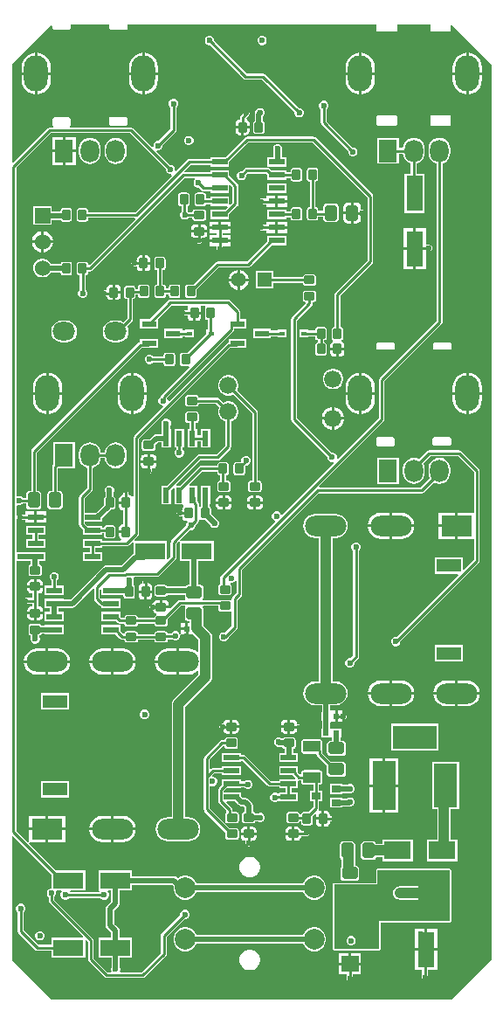
<source format=gtl>
G04*
G04 #@! TF.GenerationSoftware,Altium Limited,Altium Designer,23.1.1 (15)*
G04*
G04 Layer_Physical_Order=1*
G04 Layer_Color=255*
%FSLAX25Y25*%
%MOIN*%
G70*
G04*
G04 #@! TF.SameCoordinates,434D1FB9-1166-4A3C-A543-B38E0AA6253E*
G04*
G04*
G04 #@! TF.FilePolarity,Positive*
G04*
G01*
G75*
G04:AMPARAMS|DCode=19|XSize=59.06mil|YSize=45.28mil|CornerRadius=5.66mil|HoleSize=0mil|Usage=FLASHONLY|Rotation=0.000|XOffset=0mil|YOffset=0mil|HoleType=Round|Shape=RoundedRectangle|*
%AMROUNDEDRECTD19*
21,1,0.05906,0.03396,0,0,0.0*
21,1,0.04774,0.04528,0,0,0.0*
1,1,0.01132,0.02387,-0.01698*
1,1,0.01132,-0.02387,-0.01698*
1,1,0.01132,-0.02387,0.01698*
1,1,0.01132,0.02387,0.01698*
%
%ADD19ROUNDEDRECTD19*%
%ADD20R,0.06600X0.06000*%
%ADD21R,0.02362X0.02362*%
%ADD22R,0.05984X0.02284*%
%ADD23R,0.02362X0.05984*%
%ADD24R,0.05984X0.02362*%
G04:AMPARAMS|DCode=25|XSize=39.37mil|YSize=31.5mil|CornerRadius=3.94mil|HoleSize=0mil|Usage=FLASHONLY|Rotation=90.000|XOffset=0mil|YOffset=0mil|HoleType=Round|Shape=RoundedRectangle|*
%AMROUNDEDRECTD25*
21,1,0.03937,0.02362,0,0,90.0*
21,1,0.03150,0.03150,0,0,90.0*
1,1,0.00787,0.01181,0.01575*
1,1,0.00787,0.01181,-0.01575*
1,1,0.00787,-0.01181,-0.01575*
1,1,0.00787,-0.01181,0.01575*
%
%ADD25ROUNDEDRECTD25*%
G04:AMPARAMS|DCode=26|XSize=39.37mil|YSize=31.5mil|CornerRadius=3.94mil|HoleSize=0mil|Usage=FLASHONLY|Rotation=180.000|XOffset=0mil|YOffset=0mil|HoleType=Round|Shape=RoundedRectangle|*
%AMROUNDEDRECTD26*
21,1,0.03937,0.02362,0,0,180.0*
21,1,0.03150,0.03150,0,0,180.0*
1,1,0.00787,-0.01575,0.01181*
1,1,0.00787,0.01575,0.01181*
1,1,0.00787,0.01575,-0.01181*
1,1,0.00787,-0.01575,-0.01181*
%
%ADD26ROUNDEDRECTD26*%
G04:AMPARAMS|DCode=27|XSize=59.06mil|YSize=45.28mil|CornerRadius=5.66mil|HoleSize=0mil|Usage=FLASHONLY|Rotation=90.000|XOffset=0mil|YOffset=0mil|HoleType=Round|Shape=RoundedRectangle|*
%AMROUNDEDRECTD27*
21,1,0.05906,0.03396,0,0,90.0*
21,1,0.04774,0.04528,0,0,90.0*
1,1,0.01132,0.01698,0.02387*
1,1,0.01132,0.01698,-0.02387*
1,1,0.01132,-0.01698,-0.02387*
1,1,0.01132,-0.01698,0.02387*
%
%ADD27ROUNDEDRECTD27*%
%ADD28R,0.05709X0.02362*%
%ADD29R,0.03543X0.02756*%
%ADD30R,0.02323X0.01772*%
%ADD31R,0.10433X0.06890*%
%ADD32R,0.06496X0.13583*%
G04:AMPARAMS|DCode=33|XSize=68.9mil|YSize=43.31mil|CornerRadius=5.41mil|HoleSize=0mil|Usage=FLASHONLY|Rotation=0.000|XOffset=0mil|YOffset=0mil|HoleType=Round|Shape=RoundedRectangle|*
%AMROUNDEDRECTD33*
21,1,0.06890,0.03248,0,0,0.0*
21,1,0.05807,0.04331,0,0,0.0*
1,1,0.01083,0.02904,-0.01624*
1,1,0.01083,-0.02904,-0.01624*
1,1,0.01083,-0.02904,0.01624*
1,1,0.01083,0.02904,0.01624*
%
%ADD33ROUNDEDRECTD33*%
%ADD34R,0.11614X0.06496*%
%ADD69C,0.00984*%
%ADD70C,0.01968*%
%ADD71C,0.03937*%
%ADD72O,0.08661X0.07087*%
%ADD73O,0.09055X0.13780*%
%ADD74O,0.07087X0.08661*%
%ADD75R,0.07087X0.08661*%
%ADD76C,0.07874*%
%ADD77C,0.06600*%
%ADD78R,0.05512X0.05512*%
%ADD79C,0.05512*%
%ADD80O,0.15748X0.07874*%
%ADD81R,0.11811X0.07874*%
%ADD82R,0.09449X0.05118*%
%ADD83R,0.09055X0.18898*%
%ADD84R,0.16929X0.09055*%
%ADD85R,0.09055X0.16929*%
%ADD86C,0.06000*%
%ADD87R,0.06000X0.06000*%
%ADD88C,0.02362*%
G36*
X156647Y370866D02*
X156834Y370414D01*
X157286Y370227D01*
X163979D01*
X164431Y370414D01*
X164618Y370866D01*
Y372626D01*
X165118Y372833D01*
X180099Y357852D01*
Y16164D01*
X164939Y1003D01*
X12227Y1003D01*
X-2933Y16164D01*
Y63318D01*
X-2472Y63509D01*
X12205Y48833D01*
Y43358D01*
X11732D01*
X11080Y43088D01*
X10582Y42590D01*
X10312Y41938D01*
Y41234D01*
X10582Y40582D01*
X10980Y40185D01*
Y38703D01*
X11064Y38281D01*
X11303Y37923D01*
X24060Y25167D01*
X23868Y24705D01*
X12205D01*
Y21970D01*
X7150D01*
X1498Y27623D01*
Y34425D01*
X1896Y34823D01*
X2165Y35474D01*
Y36179D01*
X1896Y36830D01*
X1397Y37329D01*
X746Y37598D01*
X41D01*
X-610Y37329D01*
X-1108Y36830D01*
X-1378Y36179D01*
Y35474D01*
X-1108Y34823D01*
X-710Y34425D01*
Y27165D01*
X-626Y26743D01*
X-387Y26385D01*
X5912Y20086D01*
X6271Y19846D01*
X6693Y19762D01*
X12205D01*
Y17028D01*
X25000D01*
Y23573D01*
X25462Y23764D01*
X26061Y23165D01*
Y16325D01*
X26145Y15902D01*
X26385Y15544D01*
X32375Y9554D01*
X32733Y9315D01*
X33155Y9231D01*
X46949D01*
X47371Y9315D01*
X47729Y9554D01*
X55751Y17576D01*
X55990Y17934D01*
X56074Y18356D01*
Y24986D01*
X62782Y31693D01*
X63345D01*
X63996Y31963D01*
X64494Y32461D01*
X64764Y33112D01*
Y33817D01*
X64494Y34468D01*
X63996Y34966D01*
X63345Y35236D01*
X62640D01*
X61989Y34966D01*
X61490Y34468D01*
X61221Y33817D01*
Y33254D01*
X54190Y26223D01*
X53951Y25865D01*
X53867Y25443D01*
Y18814D01*
X46492Y11439D01*
X38592D01*
X38258Y11938D01*
X38386Y12246D01*
Y12951D01*
X38220Y13352D01*
Y17028D01*
X42913D01*
Y24705D01*
X38121D01*
Y27225D01*
X37999Y27839D01*
X37651Y28360D01*
X37651Y28360D01*
X36015Y29996D01*
Y35044D01*
X37651Y36680D01*
X37651Y36680D01*
X37999Y37201D01*
X38121Y37815D01*
Y42618D01*
X42913D01*
Y44851D01*
X58170D01*
X58675Y44346D01*
X58661Y44297D01*
Y43105D01*
X58970Y41953D01*
X59566Y40921D01*
X60409Y40078D01*
X61441Y39482D01*
X62593Y39173D01*
X63785D01*
X64937Y39482D01*
X65969Y40078D01*
X66812Y40921D01*
X67408Y41953D01*
X67446Y42095D01*
X108144D01*
X108183Y41953D01*
X108779Y40921D01*
X109622Y40078D01*
X110654Y39482D01*
X111805Y39173D01*
X112998D01*
X114149Y39482D01*
X115182Y40078D01*
X116024Y40921D01*
X116621Y41953D01*
X116929Y43105D01*
Y44297D01*
X116621Y45448D01*
X116024Y46481D01*
X115182Y47324D01*
X114149Y47920D01*
X112998Y48228D01*
X111805D01*
X110654Y47920D01*
X109622Y47324D01*
X108779Y46481D01*
X108183Y45448D01*
X108144Y45306D01*
X67446D01*
X67408Y45448D01*
X66812Y46481D01*
X65969Y47324D01*
X64937Y47920D01*
X63785Y48228D01*
X62593D01*
X61441Y47920D01*
X60409Y47324D01*
X60324Y47239D01*
X59970Y47592D01*
X59449Y47940D01*
X58835Y48062D01*
X58835Y48062D01*
X42913D01*
Y50295D01*
X30118D01*
Y42618D01*
X30218D01*
X30485Y42118D01*
X30439Y42049D01*
X19168D01*
X19121Y42118D01*
X19388Y42618D01*
X25000D01*
Y50295D01*
X13864D01*
X3504Y60655D01*
X3721Y61146D01*
X3947Y61146D01*
X9933D01*
Y65583D01*
X3528D01*
Y61600D01*
X3528Y61339D01*
X3037Y61122D01*
X-1357Y65516D01*
Y168277D01*
X-857Y168516D01*
X-352Y168307D01*
X352D01*
X729Y168463D01*
X2480D01*
Y168287D01*
X4300D01*
Y167040D01*
X3947Y166970D01*
X3621Y166752D01*
X3404Y166427D01*
X3327Y166042D01*
Y163680D01*
X3404Y163296D01*
X3621Y162971D01*
X3947Y162753D01*
X4331Y162677D01*
X7480D01*
X7864Y162753D01*
X8190Y162971D01*
X8407Y163296D01*
X8484Y163680D01*
Y166042D01*
X8407Y166427D01*
X8190Y166752D01*
X7864Y166970D01*
X7511Y167040D01*
Y168287D01*
X9646D01*
Y171831D01*
X2480D01*
Y171675D01*
X777D01*
X352Y171850D01*
X-352D01*
X-857Y171642D01*
X-1357Y171881D01*
Y184221D01*
X-857Y184373D01*
X-781Y184259D01*
X-422Y184019D01*
X0Y183935D01*
X49Y183945D01*
X2071D01*
Y182878D01*
X5563D01*
Y185059D01*
Y187240D01*
X2071D01*
Y186153D01*
X10D01*
X-413Y186069D01*
X-771Y185830D01*
X-781Y185820D01*
X-857Y185706D01*
X-1357Y185858D01*
Y189396D01*
X-857Y189730D01*
X-549Y189602D01*
X156D01*
X807Y189872D01*
X1205Y190270D01*
X2536D01*
Y189149D01*
X2626Y188697D01*
X2882Y188315D01*
X3264Y188059D01*
X3716Y187970D01*
X7111D01*
X7563Y188059D01*
X7945Y188315D01*
X8201Y188697D01*
X8290Y189149D01*
Y193922D01*
X8201Y194374D01*
X7945Y194756D01*
X7563Y195012D01*
X7111Y195101D01*
X6517D01*
Y209681D01*
X46443Y249606D01*
X52756D01*
Y253150D01*
X45866D01*
Y251852D01*
X45641Y251807D01*
X45282Y251568D01*
X4633Y210918D01*
X4394Y210560D01*
X4310Y210138D01*
Y195101D01*
X3716D01*
X3264Y195012D01*
X2882Y194756D01*
X2626Y194374D01*
X2536Y193922D01*
Y192478D01*
X1205D01*
X807Y192876D01*
X156Y193146D01*
X-549D01*
X-857Y193018D01*
X-1357Y193352D01*
Y318342D01*
X11875Y331573D01*
X42062D01*
X55709Y317927D01*
Y317364D01*
X55978Y316713D01*
X56477Y316215D01*
X57128Y315945D01*
X57771D01*
X57897Y315784D01*
X58016Y315483D01*
X44031Y301498D01*
X26151D01*
Y301969D01*
X26074Y302352D01*
X25857Y302678D01*
X25531Y302896D01*
X25147Y302972D01*
X22785D01*
X22401Y302896D01*
X22075Y302678D01*
X21858Y302352D01*
X21781Y301969D01*
Y298819D01*
X21858Y298435D01*
X22075Y298109D01*
X22401Y297892D01*
X22785Y297815D01*
X25147D01*
X25531Y297892D01*
X25857Y298109D01*
X26074Y298435D01*
X26151Y298819D01*
Y299290D01*
X43872D01*
X44079Y298790D01*
X26651Y281362D01*
X26313Y281452D01*
X26139Y281557D01*
X26074Y281880D01*
X25857Y282206D01*
X25531Y282423D01*
X25147Y282500D01*
X22785D01*
X22401Y282423D01*
X22075Y282206D01*
X21858Y281880D01*
X21781Y281496D01*
Y278346D01*
X21858Y277962D01*
X22075Y277637D01*
X22401Y277419D01*
X22785Y277343D01*
X22887D01*
Y271849D01*
X22514Y271476D01*
X22244Y270825D01*
Y270120D01*
X22514Y269469D01*
X23012Y268970D01*
X23663Y268701D01*
X24368D01*
X25019Y268970D01*
X25518Y269469D01*
X25787Y270120D01*
Y270825D01*
X25518Y271476D01*
X25095Y271899D01*
Y277343D01*
X25147D01*
X25531Y277419D01*
X25857Y277637D01*
X26074Y277962D01*
X26151Y278346D01*
Y278817D01*
X26772D01*
X27194Y278901D01*
X27552Y279141D01*
X62859Y314447D01*
X66746D01*
X66954Y313947D01*
X66608Y313602D01*
X66339Y312951D01*
Y312246D01*
X66608Y311595D01*
X67107Y311097D01*
X67758Y310827D01*
X68321D01*
X69377Y309771D01*
X69735Y309531D01*
X70157Y309447D01*
X72795D01*
Y308819D01*
X79961D01*
Y311604D01*
X80423Y311796D01*
X81180Y311039D01*
Y305064D01*
X80423Y304307D01*
X79961Y304498D01*
Y307283D01*
X72795D01*
Y306655D01*
X71082D01*
Y307874D01*
X71006Y308258D01*
X70788Y308584D01*
X70463Y308801D01*
X70079Y308877D01*
X67716D01*
X67333Y308801D01*
X67007Y308584D01*
X66789Y308258D01*
X66713Y307874D01*
Y304724D01*
X66789Y304340D01*
X67007Y304015D01*
X67333Y303797D01*
X67716Y303721D01*
X70079D01*
X70463Y303797D01*
X70788Y304015D01*
X71006Y304340D01*
X71027Y304447D01*
X72795D01*
Y303819D01*
X79282D01*
X79473Y303357D01*
X78399Y302284D01*
X72795D01*
Y298819D01*
X79961D01*
Y300722D01*
X83064Y303826D01*
X83303Y304184D01*
X83387Y304606D01*
Y311496D01*
X83303Y311918D01*
X83064Y312277D01*
X79961Y315380D01*
Y317284D01*
X72795D01*
Y316655D01*
X63018D01*
X62811Y317155D01*
X65103Y319447D01*
X72795D01*
Y318819D01*
X79961D01*
Y320722D01*
X87268Y328030D01*
X111748D01*
X132754Y307023D01*
Y283134D01*
X120430Y270810D01*
X120190Y270452D01*
X120106Y270029D01*
Y257696D01*
X120029D01*
X119645Y257620D01*
X119319Y257402D01*
X119102Y257077D01*
X119026Y256693D01*
Y253543D01*
X119102Y253159D01*
X119319Y252834D01*
X119615Y252636D01*
X119631Y252510D01*
X119581Y252119D01*
X119485Y252100D01*
X119024Y251792D01*
X118716Y251331D01*
X118608Y250787D01*
Y249713D01*
X121210D01*
X123812D01*
Y250787D01*
X123704Y251331D01*
X123396Y251792D01*
X122935Y252100D01*
X122840Y252119D01*
X122789Y252510D01*
X122805Y252636D01*
X123101Y252834D01*
X123319Y253159D01*
X123395Y253543D01*
Y256693D01*
X123319Y257077D01*
X123101Y257402D01*
X122775Y257620D01*
X122391Y257696D01*
X122314D01*
Y269572D01*
X134639Y281897D01*
X134878Y282255D01*
X134962Y282677D01*
Y307480D01*
X134878Y307903D01*
X134639Y308261D01*
X112985Y329914D01*
X112627Y330154D01*
X112205Y330238D01*
X86811D01*
X86389Y330154D01*
X86031Y329914D01*
X78399Y322284D01*
X72795D01*
Y321655D01*
X64646D01*
X64223Y321571D01*
X63865Y321332D01*
X59714Y317180D01*
X59413Y317300D01*
X59252Y317426D01*
Y318069D01*
X58982Y318720D01*
X58484Y319218D01*
X57833Y319488D01*
X57270D01*
X52220Y324538D01*
X52340Y324839D01*
X52465Y325000D01*
X53108D01*
X53759Y325270D01*
X54258Y325768D01*
X54528Y326419D01*
Y326982D01*
X59492Y331946D01*
X59731Y332304D01*
X59815Y332727D01*
Y341462D01*
X60213Y341860D01*
X60483Y342511D01*
Y343216D01*
X60213Y343867D01*
X59715Y344366D01*
X59063Y344635D01*
X58359D01*
X57708Y344366D01*
X57209Y343867D01*
X56939Y343216D01*
Y342511D01*
X57209Y341860D01*
X57607Y341462D01*
Y333184D01*
X52966Y328543D01*
X52403D01*
X51752Y328274D01*
X51254Y327775D01*
X50984Y327124D01*
Y326481D01*
X50824Y326355D01*
X50522Y326236D01*
X43300Y333458D01*
X42942Y333697D01*
X42520Y333781D01*
X19113D01*
X19014Y334281D01*
X19252Y334380D01*
X19440Y334832D01*
Y337009D01*
X19252Y337461D01*
X18801Y337648D01*
X13092D01*
X12640Y337461D01*
X12453Y337009D01*
Y334832D01*
X12640Y334380D01*
X12878Y334281D01*
X12779Y333781D01*
X11417D01*
X10995Y333697D01*
X10637Y333458D01*
X-2472Y320349D01*
X-2933Y320541D01*
Y357852D01*
X11854Y372640D01*
X12354Y372433D01*
Y371655D01*
X12541Y371203D01*
X12993Y371016D01*
X18899D01*
X19351Y371203D01*
X19538Y371655D01*
Y373012D01*
X34106D01*
Y371655D01*
X34293Y371203D01*
X34745Y371016D01*
X40651D01*
X41103Y371203D01*
X41290Y371655D01*
Y373012D01*
X136172Y373012D01*
Y370866D01*
X136359Y370414D01*
X136811Y370227D01*
X143504D01*
X143956Y370414D01*
X144143Y370866D01*
Y373012D01*
X156647D01*
Y370866D01*
D02*
G37*
G36*
X34910Y38480D02*
X33274Y36844D01*
X32926Y36323D01*
X32804Y35709D01*
X32804Y35709D01*
Y29331D01*
X32804Y29331D01*
X32926Y28716D01*
X33274Y28196D01*
X34910Y26559D01*
Y24705D01*
X30118D01*
Y17028D01*
X35008D01*
Y13352D01*
X34843Y12951D01*
Y12246D01*
X34970Y11938D01*
X34636Y11439D01*
X33612D01*
X28269Y16782D01*
Y23622D01*
X28185Y24045D01*
X27946Y24403D01*
X13188Y39161D01*
Y40185D01*
X13586Y40582D01*
X13856Y41234D01*
Y41938D01*
X13781Y42118D01*
X14115Y42618D01*
X15784D01*
X15991Y42118D01*
X15821Y41948D01*
X15551Y41297D01*
Y40593D01*
X15821Y39941D01*
X16319Y39443D01*
X16970Y39173D01*
X17675D01*
X18326Y39443D01*
X18724Y39841D01*
X30882D01*
X31280Y39443D01*
X31931Y39173D01*
X32636D01*
X33287Y39443D01*
X33785Y39941D01*
X34055Y40593D01*
Y41297D01*
X33785Y41948D01*
X33616Y42118D01*
X33823Y42618D01*
X34910D01*
Y38480D01*
D02*
G37*
%LPC*%
G36*
X92872Y368701D02*
X92167D01*
X91516Y368431D01*
X91018Y367933D01*
X90748Y367282D01*
Y366577D01*
X91018Y365926D01*
X91516Y365427D01*
X92167Y365158D01*
X92872D01*
X93523Y365427D01*
X94022Y365926D01*
X94291Y366577D01*
Y367282D01*
X94022Y367933D01*
X93523Y368431D01*
X92872Y368701D01*
D02*
G37*
G36*
X171367Y362204D02*
Y354832D01*
X176443D01*
Y356694D01*
X176253Y358137D01*
X175696Y359482D01*
X174810Y360636D01*
X173655Y361522D01*
X172310Y362079D01*
X171367Y362204D01*
D02*
G37*
G36*
X47745Y362204D02*
Y354832D01*
X52821D01*
Y356694D01*
X52631Y358137D01*
X52074Y359482D01*
X51188Y360636D01*
X50033Y361522D01*
X48688Y362079D01*
X47745Y362204D01*
D02*
G37*
G36*
X46745Y362204D02*
X45802Y362079D01*
X44458Y361522D01*
X43303Y360636D01*
X42417Y359482D01*
X41860Y358137D01*
X41670Y356694D01*
Y354832D01*
X46745D01*
Y362204D01*
D02*
G37*
G36*
X170367D02*
X169424Y362079D01*
X168080Y361522D01*
X166925Y360636D01*
X166039Y359482D01*
X165482Y358137D01*
X165292Y356694D01*
Y354832D01*
X170367D01*
Y362204D01*
D02*
G37*
G36*
X130422D02*
Y354832D01*
X135498D01*
Y356694D01*
X135308Y358137D01*
X134751Y359482D01*
X133865Y360636D01*
X132710Y361522D01*
X131366Y362079D01*
X130422Y362204D01*
D02*
G37*
G36*
X129422D02*
X128480Y362079D01*
X127135Y361522D01*
X125980Y360636D01*
X125094Y359482D01*
X124537Y358137D01*
X124347Y356694D01*
Y354832D01*
X129422D01*
Y362204D01*
D02*
G37*
G36*
X6801D02*
Y354832D01*
X11876D01*
Y356694D01*
X11686Y358137D01*
X11129Y359482D01*
X10243Y360636D01*
X9088Y361522D01*
X7744Y362079D01*
X6801Y362204D01*
D02*
G37*
G36*
X5801D02*
X4857Y362079D01*
X3513Y361522D01*
X2358Y360636D01*
X1472Y359482D01*
X915Y358137D01*
X725Y356694D01*
Y354832D01*
X5801D01*
Y362204D01*
D02*
G37*
G36*
X46745Y353832D02*
X41670D01*
Y351970D01*
X41860Y350527D01*
X42417Y349182D01*
X43303Y348027D01*
X44458Y347141D01*
X45802Y346584D01*
X46745Y346460D01*
Y353832D01*
D02*
G37*
G36*
X176443D02*
X171367D01*
Y346460D01*
X172310Y346584D01*
X173655Y347141D01*
X174810Y348027D01*
X175696Y349182D01*
X176253Y350527D01*
X176443Y351970D01*
Y353832D01*
D02*
G37*
G36*
X135498Y353832D02*
X130422D01*
Y346460D01*
X131366Y346584D01*
X132710Y347141D01*
X133865Y348027D01*
X134751Y349182D01*
X135308Y350527D01*
X135498Y351970D01*
Y353832D01*
D02*
G37*
G36*
X129422D02*
X124347D01*
Y351970D01*
X124537Y350527D01*
X125094Y349182D01*
X125980Y348027D01*
X127135Y347141D01*
X128480Y346584D01*
X129422Y346460D01*
Y353832D01*
D02*
G37*
G36*
X11876D02*
X6801D01*
Y346460D01*
X7744Y346584D01*
X9088Y347141D01*
X10243Y348027D01*
X11129Y349182D01*
X11686Y350527D01*
X11876Y351970D01*
Y353832D01*
D02*
G37*
G36*
X5801D02*
X725D01*
Y351970D01*
X915Y350527D01*
X1472Y349182D01*
X2358Y348027D01*
X3513Y347141D01*
X4857Y346584D01*
X5801Y346460D01*
Y353832D01*
D02*
G37*
G36*
X170367Y353832D02*
X165292D01*
Y351970D01*
X165482Y350527D01*
X166039Y349182D01*
X166925Y348027D01*
X168080Y347141D01*
X169424Y346584D01*
X170367Y346460D01*
Y353832D01*
D02*
G37*
G36*
X52821D02*
X47745D01*
Y346460D01*
X48688Y346584D01*
X50033Y347141D01*
X51188Y348027D01*
X52074Y349182D01*
X52631Y350527D01*
X52821Y351970D01*
Y353832D01*
D02*
G37*
G36*
X72793Y368701D02*
X72088D01*
X71437Y368431D01*
X70939Y367933D01*
X70669Y367282D01*
Y366577D01*
X70939Y365926D01*
X71437Y365427D01*
X72088Y365158D01*
X72651D01*
X85460Y352349D01*
X85818Y352110D01*
X86240Y352026D01*
X92476D01*
X104961Y339541D01*
Y338978D01*
X105230Y338327D01*
X105729Y337829D01*
X106380Y337559D01*
X107085D01*
X107736Y337829D01*
X108234Y338327D01*
X108504Y338978D01*
Y339683D01*
X108234Y340334D01*
X107736Y340833D01*
X107085Y341102D01*
X106522D01*
X93714Y353910D01*
X93356Y354150D01*
X92933Y354234D01*
X86697D01*
X74213Y366719D01*
Y367282D01*
X73943Y367933D01*
X73444Y368431D01*
X72793Y368701D01*
D02*
G37*
G36*
X163979Y338437D02*
X157286D01*
X156834Y338250D01*
X156647Y337798D01*
Y335042D01*
X156834Y334590D01*
X157286Y334402D01*
X163979D01*
X164431Y334590D01*
X164618Y335042D01*
Y337798D01*
X164431Y338250D01*
X163979Y338437D01*
D02*
G37*
G36*
X143504Y338437D02*
X136811D01*
X136359Y338250D01*
X136172Y337798D01*
Y335042D01*
X136359Y334590D01*
X136811Y334402D01*
X143504D01*
X143956Y334590D01*
X144143Y335042D01*
Y337798D01*
X143956Y338250D01*
X143504Y338437D01*
D02*
G37*
G36*
X40454Y337747D02*
X34647D01*
X34195Y337560D01*
X34008Y337107D01*
Y335040D01*
X34195Y334589D01*
X34647Y334401D01*
X40454D01*
X40906Y334589D01*
X41093Y335040D01*
Y337107D01*
X40906Y337560D01*
X40454Y337747D01*
D02*
G37*
G36*
X86614Y340474D02*
X86192Y340390D01*
X85834Y340151D01*
X85594Y339792D01*
X85531Y339475D01*
X84308Y338253D01*
X84069Y337895D01*
X83985Y337472D01*
Y336854D01*
X83908D01*
X83364Y336746D01*
X82903Y336438D01*
X82595Y335977D01*
X82487Y335433D01*
Y334358D01*
X85089D01*
X87691D01*
Y335433D01*
X87583Y335977D01*
X87275Y336438D01*
X86814Y336746D01*
X86661Y336776D01*
X86497Y337319D01*
X87395Y338217D01*
X87634Y338575D01*
X87718Y338997D01*
Y339370D01*
X87634Y339792D01*
X87395Y340151D01*
X87037Y340390D01*
X86614Y340474D01*
D02*
G37*
G36*
X92085Y341142D02*
X91380D01*
X90729Y340872D01*
X90230Y340374D01*
X89961Y339722D01*
Y339667D01*
X89806Y339435D01*
X89683Y338820D01*
X89683Y338820D01*
Y336333D01*
X89398Y336143D01*
X89181Y335817D01*
X89104Y335433D01*
Y332283D01*
X89181Y331899D01*
X89398Y331574D01*
X89724Y331356D01*
X90108Y331280D01*
X92470D01*
X92854Y331356D01*
X93180Y331574D01*
X93397Y331899D01*
X93474Y332283D01*
Y335433D01*
X93397Y335817D01*
X93180Y336143D01*
X92895Y336333D01*
Y338027D01*
X93234Y338367D01*
X93504Y339018D01*
Y339722D01*
X93234Y340374D01*
X92736Y340872D01*
X92085Y341142D01*
D02*
G37*
G36*
X87691Y333358D02*
X85589D01*
Y330862D01*
X86270D01*
X86814Y330971D01*
X87275Y331279D01*
X87583Y331740D01*
X87691Y332283D01*
Y333358D01*
D02*
G37*
G36*
X84589D02*
X82487D01*
Y332283D01*
X82595Y331740D01*
X82903Y331279D01*
X83364Y330971D01*
X83908Y330862D01*
X84589D01*
Y333358D01*
D02*
G37*
G36*
X64919Y330512D02*
X64214D01*
X63563Y330242D01*
X63065Y329744D01*
X62795Y329093D01*
Y328388D01*
X63065Y327737D01*
X63563Y327238D01*
X64214Y326969D01*
X64919D01*
X65570Y327238D01*
X66069Y327737D01*
X66339Y328388D01*
Y329093D01*
X66069Y329744D01*
X65570Y330242D01*
X64919Y330512D01*
D02*
G37*
G36*
X150395Y329761D02*
X149316Y329619D01*
X148310Y329203D01*
X147447Y328540D01*
X146784Y327677D01*
X146368Y326671D01*
X146267Y325908D01*
X144686D01*
Y329726D01*
X136419D01*
Y319883D01*
X144686D01*
Y323700D01*
X146267D01*
X146368Y322938D01*
X146784Y321932D01*
X147447Y321069D01*
X148310Y320406D01*
X149291Y320000D01*
Y315945D01*
X146949D01*
Y301181D01*
X154626D01*
Y315945D01*
X151499D01*
Y320000D01*
X152480Y320406D01*
X153343Y321069D01*
X154006Y321932D01*
X154422Y322938D01*
X154564Y324017D01*
Y325592D01*
X154422Y326671D01*
X154006Y327677D01*
X153343Y328540D01*
X152480Y329203D01*
X151474Y329619D01*
X150395Y329761D01*
D02*
G37*
G36*
X21474Y330135D02*
X17430D01*
Y325304D01*
X21474D01*
Y330135D01*
D02*
G37*
G36*
X16430D02*
X12387D01*
Y325304D01*
X16430D01*
Y330135D01*
D02*
G37*
G36*
X116359Y343898D02*
X115654D01*
X115003Y343628D01*
X114505Y343129D01*
X114235Y342478D01*
Y341774D01*
X114505Y341122D01*
X114903Y340724D01*
Y335568D01*
X114987Y335146D01*
X115226Y334788D01*
X125394Y324620D01*
Y324057D01*
X125663Y323406D01*
X126162Y322907D01*
X126813Y322638D01*
X127518D01*
X128169Y322907D01*
X128667Y323406D01*
X128937Y324057D01*
Y324762D01*
X128667Y325413D01*
X128169Y325911D01*
X127518Y326181D01*
X126955D01*
X117111Y336025D01*
Y340724D01*
X117509Y341122D01*
X117778Y341774D01*
Y342478D01*
X117509Y343129D01*
X117010Y343628D01*
X116359Y343898D01*
D02*
G37*
G36*
X36615Y329761D02*
X35536Y329619D01*
X34531Y329203D01*
X33667Y328540D01*
X33005Y327677D01*
X32588Y326671D01*
X32446Y325592D01*
Y324017D01*
X32588Y322938D01*
X33005Y321932D01*
X33667Y321069D01*
X34531Y320406D01*
X35536Y319989D01*
X36615Y319847D01*
X37695Y319989D01*
X38700Y320406D01*
X39564Y321069D01*
X40226Y321932D01*
X40643Y322938D01*
X40785Y324017D01*
Y325592D01*
X40643Y326671D01*
X40226Y327677D01*
X39564Y328540D01*
X38700Y329203D01*
X37695Y329619D01*
X36615Y329761D01*
D02*
G37*
G36*
X26773D02*
X25694Y329619D01*
X24688Y329203D01*
X23825Y328540D01*
X23162Y327677D01*
X22746Y326671D01*
X22603Y325592D01*
Y324017D01*
X22746Y322938D01*
X23162Y321932D01*
X23825Y321069D01*
X24688Y320406D01*
X25694Y319989D01*
X26773Y319847D01*
X27852Y319989D01*
X28858Y320406D01*
X29721Y321069D01*
X30384Y321932D01*
X30800Y322938D01*
X30942Y324017D01*
Y325592D01*
X30800Y326671D01*
X30384Y327677D01*
X29721Y328540D01*
X28858Y329203D01*
X27852Y329619D01*
X26773Y329761D01*
D02*
G37*
G36*
X21474Y324304D02*
X17430D01*
Y319474D01*
X21474D01*
Y324304D01*
D02*
G37*
G36*
X16430D02*
X12387D01*
Y319474D01*
X16430D01*
Y324304D01*
D02*
G37*
G36*
X98778Y327362D02*
X98073D01*
X97422Y327093D01*
X96923Y326594D01*
X96653Y325943D01*
Y325238D01*
X96820Y324837D01*
Y322284D01*
X94528D01*
Y319285D01*
X94528Y318828D01*
X94528Y318819D01*
X94505Y318328D01*
X94095Y318328D01*
X86516D01*
X86093Y318244D01*
X85735Y318005D01*
X84856Y317126D01*
X84293D01*
X83642Y316856D01*
X83144Y316358D01*
X82874Y315707D01*
Y315002D01*
X83144Y314351D01*
X83642Y313852D01*
X84293Y313583D01*
X84998D01*
X85649Y313852D01*
X86148Y314351D01*
X86417Y315002D01*
Y315565D01*
X86973Y316121D01*
X94129D01*
X94528Y315722D01*
Y313819D01*
X101693D01*
Y314447D01*
X103377D01*
Y314173D01*
X103453Y313789D01*
X103671Y313464D01*
X103996Y313246D01*
X104380Y313170D01*
X106743D01*
X107126Y313246D01*
X107452Y313464D01*
X107670Y313789D01*
X107746Y314173D01*
Y317323D01*
X107670Y317707D01*
X107452Y318032D01*
X107126Y318250D01*
X106743Y318326D01*
X104380D01*
X103996Y318250D01*
X103671Y318032D01*
X103453Y317707D01*
X103377Y317323D01*
Y316655D01*
X101693D01*
Y317284D01*
X96089D01*
X95367Y318005D01*
X95009Y318244D01*
X94587Y318328D01*
X94609Y318819D01*
X95024Y318819D01*
X95028Y318819D01*
X101693D01*
Y322284D01*
X100031D01*
Y324837D01*
X100197Y325238D01*
Y325943D01*
X99927Y326594D01*
X99429Y327093D01*
X98778Y327362D01*
D02*
G37*
G36*
X101693Y312283D02*
X94528D01*
Y308819D01*
X101693D01*
Y312283D01*
D02*
G37*
G36*
X102102Y307693D02*
X98610D01*
Y306051D01*
X102102D01*
Y307693D01*
D02*
G37*
G36*
Y305051D02*
X98610D01*
Y303410D01*
X102102D01*
Y305051D01*
D02*
G37*
G36*
X97610Y307693D02*
X94118D01*
Y306635D01*
X92146D01*
X91723Y306551D01*
X91365Y306312D01*
X91345Y306292D01*
X91106Y305934D01*
X91022Y305512D01*
X91106Y305089D01*
X91345Y304731D01*
X91703Y304492D01*
X92126Y304408D01*
X92225Y304428D01*
X94118D01*
Y303410D01*
X97610D01*
Y305551D01*
Y307693D01*
D02*
G37*
G36*
X126370Y305165D02*
X125172D01*
X124561Y305043D01*
X124043Y304697D01*
X123697Y304179D01*
X123576Y303568D01*
Y301681D01*
X126370D01*
Y305165D01*
D02*
G37*
G36*
X106743Y303366D02*
X104380D01*
X103996Y303289D01*
X103671Y303072D01*
X103453Y302746D01*
X103377Y302362D01*
Y301655D01*
X101693D01*
Y302284D01*
X94528D01*
Y298819D01*
X101693D01*
Y299447D01*
X103377D01*
Y299213D01*
X103453Y298829D01*
X103671Y298503D01*
X103996Y298286D01*
X104380Y298209D01*
X106743D01*
X107126Y298286D01*
X107452Y298503D01*
X107670Y298829D01*
X107746Y299213D01*
Y302362D01*
X107670Y302746D01*
X107452Y303072D01*
X107126Y303289D01*
X106743Y303366D01*
D02*
G37*
G36*
X63879Y308877D02*
X61516D01*
X61133Y308801D01*
X60807Y308584D01*
X60589Y308258D01*
X60513Y307874D01*
Y304724D01*
X60589Y304340D01*
X60807Y304015D01*
X61133Y303797D01*
X61516Y303721D01*
X61766D01*
Y301574D01*
X61540Y301348D01*
X61270Y300696D01*
Y299992D01*
X61540Y299341D01*
X62038Y298842D01*
X62689Y298572D01*
X63394D01*
X64045Y298842D01*
X64443Y299240D01*
X65926D01*
Y299163D01*
X66002Y298779D01*
X66220Y298453D01*
X66545Y298236D01*
X66929Y298160D01*
X70079D01*
X70463Y298236D01*
X70788Y298453D01*
X71006Y298779D01*
X71082Y299163D01*
Y301525D01*
X71006Y301909D01*
X70788Y302235D01*
X70463Y302452D01*
X70079Y302529D01*
X66929D01*
X66545Y302452D01*
X66220Y302235D01*
X66002Y301909D01*
X65926Y301525D01*
Y301448D01*
X64443D01*
X64045Y301846D01*
X63974Y301876D01*
Y303740D01*
X64263Y303797D01*
X64588Y304015D01*
X64806Y304340D01*
X64882Y304724D01*
Y307874D01*
X64806Y308258D01*
X64588Y308584D01*
X64263Y308801D01*
X63879Y308877D01*
D02*
G37*
G36*
X12252Y303748D02*
X5071D01*
Y296567D01*
X12252D01*
Y298394D01*
X15685D01*
X15875Y298109D01*
X16201Y297892D01*
X16585Y297815D01*
X18947D01*
X19331Y297892D01*
X19657Y298109D01*
X19874Y298435D01*
X19951Y298819D01*
Y301969D01*
X19874Y302352D01*
X19657Y302678D01*
X19331Y302896D01*
X18947Y302972D01*
X16585D01*
X16201Y302896D01*
X15875Y302678D01*
X15658Y302352D01*
X15582Y301969D01*
Y301606D01*
X12252D01*
Y303748D01*
D02*
G37*
G36*
X112943Y318326D02*
X110580D01*
X110196Y318250D01*
X109871Y318032D01*
X109653Y317707D01*
X109577Y317323D01*
Y314173D01*
X109653Y313789D01*
X109871Y313464D01*
X110196Y313246D01*
X110580Y313170D01*
X110658D01*
Y303366D01*
X110580D01*
X110196Y303289D01*
X109871Y303072D01*
X109653Y302746D01*
X109577Y302362D01*
Y299213D01*
X109653Y298829D01*
X109871Y298503D01*
X110196Y298286D01*
X110580Y298209D01*
X112943D01*
X113327Y298286D01*
X113652Y298503D01*
X113870Y298829D01*
X113946Y299213D01*
Y299683D01*
X115922D01*
Y298794D01*
X116012Y298343D01*
X116268Y297960D01*
X116650Y297705D01*
X117101Y297615D01*
X120497D01*
X120948Y297705D01*
X121331Y297960D01*
X121586Y298343D01*
X121676Y298794D01*
Y303568D01*
X121586Y304019D01*
X121331Y304402D01*
X120948Y304657D01*
X120497Y304747D01*
X117101D01*
X116650Y304657D01*
X116268Y304402D01*
X116012Y304019D01*
X115922Y303568D01*
Y301891D01*
X113946D01*
Y302362D01*
X113870Y302746D01*
X113652Y303072D01*
X113327Y303289D01*
X112943Y303366D01*
X112865D01*
Y313170D01*
X112943D01*
X113327Y313246D01*
X113652Y313464D01*
X113870Y313789D01*
X113946Y314173D01*
Y317323D01*
X113870Y317707D01*
X113652Y318032D01*
X113327Y318250D01*
X112943Y318326D01*
D02*
G37*
G36*
X128568Y305165D02*
X127370D01*
Y301181D01*
Y297198D01*
X128568D01*
X129179Y297319D01*
X129697Y297665D01*
X130043Y298183D01*
X130165Y298794D01*
Y300077D01*
X130709D01*
X131131Y300161D01*
X131489Y300400D01*
X131728Y300759D01*
X131813Y301181D01*
X131728Y301604D01*
X131489Y301962D01*
X131131Y302201D01*
X130709Y302285D01*
X130165D01*
Y303568D01*
X130043Y304179D01*
X129697Y304697D01*
X129179Y305043D01*
X128568Y305165D01*
D02*
G37*
G36*
X126370Y300681D02*
X123576D01*
Y298794D01*
X123697Y298183D01*
X124043Y297665D01*
X124561Y297319D01*
X125172Y297198D01*
X126370D01*
Y300681D01*
D02*
G37*
G36*
X97610Y297693D02*
X94118D01*
Y296714D01*
X92423D01*
X92126Y296773D01*
X91703Y296689D01*
X91345Y296450D01*
X91106Y296092D01*
X91022Y295669D01*
X91106Y295247D01*
X91345Y294889D01*
X91404Y294830D01*
X91763Y294590D01*
X92185Y294506D01*
X94118D01*
Y293409D01*
X97610D01*
Y295551D01*
Y297693D01*
D02*
G37*
G36*
X102102D02*
X98610D01*
Y296051D01*
X102102D01*
Y297693D01*
D02*
G37*
G36*
X80370D02*
X76878D01*
Y296051D01*
X80370D01*
Y297693D01*
D02*
G37*
G36*
X75878D02*
X72386D01*
Y296051D01*
X75878D01*
Y297693D01*
D02*
G37*
G36*
X70079Y296746D02*
X69004D01*
Y294644D01*
X71500D01*
Y295325D01*
X71392Y295869D01*
X71083Y296330D01*
X70622Y296638D01*
X70079Y296746D01*
D02*
G37*
G36*
X68004D02*
X66929D01*
X66385Y296638D01*
X65924Y296330D01*
X65616Y295869D01*
X65508Y295325D01*
Y294644D01*
X68004D01*
Y296746D01*
D02*
G37*
G36*
X102102Y295051D02*
X98610D01*
Y293409D01*
X102102D01*
Y295051D01*
D02*
G37*
G36*
X80370D02*
X76378D01*
X72386D01*
Y293409D01*
X75274D01*
Y292693D01*
X72386D01*
Y291051D01*
X76378D01*
X80370D01*
Y292693D01*
X77482D01*
Y293409D01*
X80370D01*
Y295051D01*
D02*
G37*
G36*
X9188Y294158D02*
X9161D01*
Y290657D01*
X12661D01*
Y290684D01*
X12389Y291701D01*
X11862Y292614D01*
X11118Y293358D01*
X10205Y293885D01*
X9188Y294158D01*
D02*
G37*
G36*
X8161D02*
X8135D01*
X7118Y293885D01*
X6205Y293358D01*
X5461Y292614D01*
X4934Y291701D01*
X4661Y290684D01*
Y290657D01*
X8161D01*
Y294158D01*
D02*
G37*
G36*
X71500Y293644D02*
X68504D01*
X65508D01*
Y292963D01*
X65616Y292419D01*
X65924Y291958D01*
X66385Y291650D01*
X66929Y291542D01*
X67400D01*
Y290551D01*
X67484Y290129D01*
X67723Y289771D01*
X68081Y289531D01*
X68504Y289447D01*
X68926Y289531D01*
X69284Y289771D01*
X69524Y290129D01*
X69608Y290551D01*
Y291542D01*
X70079D01*
X70622Y291650D01*
X71083Y291958D01*
X71392Y292419D01*
X71500Y292963D01*
Y293644D01*
D02*
G37*
G36*
X150287Y295291D02*
X146539D01*
Y288000D01*
X150287D01*
Y295291D01*
D02*
G37*
G36*
X80370Y290051D02*
X76378D01*
X72386D01*
Y288409D01*
X75274D01*
Y287402D01*
X75358Y286979D01*
X75597Y286621D01*
X75955Y286382D01*
X76378Y286298D01*
X76800Y286382D01*
X77158Y286621D01*
X77398Y286979D01*
X77482Y287402D01*
Y288409D01*
X80370D01*
Y290051D01*
D02*
G37*
G36*
X12661Y289657D02*
X9161D01*
Y286157D01*
X9188D01*
X10205Y286430D01*
X11118Y286957D01*
X11862Y287701D01*
X12389Y288614D01*
X12661Y289631D01*
Y289657D01*
D02*
G37*
G36*
X8161D02*
X4661D01*
Y289631D01*
X4934Y288614D01*
X5461Y287701D01*
X6205Y286957D01*
X7118Y286430D01*
X8135Y286157D01*
X8161D01*
Y289657D01*
D02*
G37*
G36*
X48475Y284886D02*
X47794D01*
Y282390D01*
X49896D01*
Y283465D01*
X49788Y284008D01*
X49480Y284469D01*
X49019Y284777D01*
X48475Y284886D01*
D02*
G37*
G36*
X155035Y295291D02*
X151287D01*
Y287500D01*
Y279709D01*
X155035D01*
Y286691D01*
X156299D01*
X156722Y286775D01*
X157080Y287015D01*
X157319Y287373D01*
X157403Y287795D01*
X157319Y288218D01*
X157080Y288576D01*
X156722Y288815D01*
X156299Y288899D01*
X155035D01*
Y295291D01*
D02*
G37*
G36*
X150287Y287000D02*
X146539D01*
Y279709D01*
X150287D01*
Y287000D01*
D02*
G37*
G36*
X49896Y281390D02*
X47794D01*
Y278894D01*
X48475D01*
X49019Y279002D01*
X49480Y279310D01*
X49788Y279771D01*
X49896Y280315D01*
Y281390D01*
D02*
G37*
G36*
X46794Y284886D02*
X46113D01*
X45569Y284777D01*
X45108Y284469D01*
X44800Y284008D01*
X44692Y283465D01*
Y282994D01*
X43701D01*
X43278Y282910D01*
X42920Y282670D01*
X42681Y282312D01*
X42597Y281890D01*
X42681Y281467D01*
X42920Y281109D01*
X43278Y280870D01*
X43701Y280786D01*
X44692D01*
Y280315D01*
X44800Y279771D01*
X45108Y279310D01*
X45569Y279002D01*
X46113Y278894D01*
X46794D01*
Y281890D01*
Y284886D01*
D02*
G37*
G36*
X9134Y283748D02*
X8189D01*
X7276Y283503D01*
X6457Y283031D01*
X5788Y282362D01*
X5316Y281543D01*
X5071Y280630D01*
Y279685D01*
X5316Y278772D01*
X5788Y277953D01*
X6457Y277284D01*
X7276Y276812D01*
X8189Y276567D01*
X9134D01*
X10047Y276812D01*
X10866Y277284D01*
X11535Y277953D01*
X11812Y278434D01*
X15582D01*
Y278346D01*
X15658Y277962D01*
X15875Y277637D01*
X16201Y277419D01*
X16585Y277343D01*
X18947D01*
X19331Y277419D01*
X19657Y277637D01*
X19874Y277962D01*
X19951Y278346D01*
Y281496D01*
X19874Y281880D01*
X19657Y282206D01*
X19331Y282423D01*
X18947Y282500D01*
X16585D01*
X16201Y282423D01*
X15875Y282206D01*
X15658Y281880D01*
X15611Y281645D01*
X11949D01*
X11535Y282362D01*
X10866Y283031D01*
X10047Y283503D01*
X9134Y283748D01*
D02*
G37*
G36*
X84083Y279345D02*
Y276091D01*
X87337D01*
X87083Y277040D01*
X86588Y277897D01*
X85889Y278596D01*
X85032Y279090D01*
X84083Y279345D01*
D02*
G37*
G36*
X83083D02*
X82133Y279090D01*
X81277Y278596D01*
X80577Y277897D01*
X80083Y277040D01*
X79828Y276091D01*
X83083D01*
Y279345D01*
D02*
G37*
G36*
X96929Y278937D02*
X90236D01*
Y272244D01*
X96929D01*
Y274437D01*
X108052D01*
Y274360D01*
X108128Y273976D01*
X108345Y273650D01*
X108671Y273433D01*
X109055Y273356D01*
X112205D01*
X112589Y273433D01*
X112914Y273650D01*
X113132Y273976D01*
X113208Y274360D01*
Y276722D01*
X113132Y277106D01*
X112914Y277432D01*
X112589Y277649D01*
X112205Y277726D01*
X109055D01*
X108671Y277649D01*
X108345Y277432D01*
X108128Y277106D01*
X108052Y276722D01*
Y276645D01*
X96929D01*
Y278937D01*
D02*
G37*
G36*
X48524Y273838D02*
X46162D01*
X45778Y273762D01*
X45453Y273544D01*
X45235Y273219D01*
X45159Y272835D01*
Y272167D01*
X44261D01*
Y272441D01*
X44185Y272825D01*
X43967Y273150D01*
X43641Y273368D01*
X43257Y273445D01*
X40895D01*
X40511Y273368D01*
X40186Y273150D01*
X39968Y272825D01*
X39892Y272441D01*
Y269291D01*
X39968Y268907D01*
X40186Y268582D01*
X40511Y268364D01*
X40895Y268288D01*
X40973D01*
Y261038D01*
X39462Y259527D01*
X38481Y259933D01*
X37402Y260075D01*
X35827D01*
X34748Y259933D01*
X33742Y259516D01*
X32879Y258854D01*
X32216Y257990D01*
X31799Y256985D01*
X31657Y255906D01*
X31799Y254826D01*
X32216Y253821D01*
X32879Y252957D01*
X33742Y252295D01*
X34748Y251878D01*
X35827Y251736D01*
X37402D01*
X38481Y251878D01*
X39486Y252295D01*
X40350Y252957D01*
X41012Y253821D01*
X41429Y254826D01*
X41571Y255906D01*
X41429Y256985D01*
X41023Y257965D01*
X42857Y259800D01*
X43096Y260158D01*
X43180Y260580D01*
Y268288D01*
X43257D01*
X43641Y268364D01*
X43967Y268582D01*
X44185Y268907D01*
X44261Y269291D01*
Y269959D01*
X45159D01*
Y269685D01*
X45235Y269301D01*
X45453Y268975D01*
X45778Y268758D01*
X46162Y268682D01*
X48524D01*
X48908Y268758D01*
X49234Y268975D01*
X49452Y269301D01*
X49528Y269685D01*
Y272835D01*
X49452Y273219D01*
X49234Y273544D01*
X48908Y273762D01*
X48524Y273838D01*
D02*
G37*
G36*
X87337Y275091D02*
X84083D01*
Y271836D01*
X85032Y272091D01*
X85889Y272585D01*
X86588Y273284D01*
X87083Y274141D01*
X87337Y275091D01*
D02*
G37*
G36*
X83083D02*
X79828D01*
X80083Y274141D01*
X80577Y273284D01*
X81277Y272585D01*
X82133Y272091D01*
X83083Y271836D01*
Y275091D01*
D02*
G37*
G36*
X37058Y273862D02*
X36376D01*
Y271366D01*
X38478D01*
Y272441D01*
X38370Y272985D01*
X38062Y273446D01*
X37601Y273754D01*
X37058Y273862D01*
D02*
G37*
G36*
X101693Y292284D02*
X94528D01*
Y290380D01*
X86747Y282600D01*
X75541D01*
X75118Y282516D01*
X74760Y282277D01*
X66322Y273838D01*
X64124D01*
X63740Y273762D01*
X63414Y273544D01*
X63196Y273219D01*
X63120Y272835D01*
Y269685D01*
X63196Y269301D01*
X63414Y268975D01*
X63740Y268758D01*
X64124Y268682D01*
X66486D01*
X66870Y268758D01*
X67195Y268975D01*
X67413Y269301D01*
X67489Y269685D01*
Y271907D01*
X67562Y271956D01*
X75998Y280392D01*
X87205D01*
X87627Y280476D01*
X87985Y280715D01*
X96089Y288819D01*
X101693D01*
Y292284D01*
D02*
G37*
G36*
X54675Y284468D02*
X52313D01*
X51929Y284392D01*
X51603Y284174D01*
X51385Y283849D01*
X51309Y283465D01*
Y280315D01*
X51385Y279931D01*
X51603Y279605D01*
X51929Y279388D01*
X52313Y279311D01*
X52415D01*
Y273838D01*
X52362D01*
X51978Y273762D01*
X51653Y273544D01*
X51435Y273219D01*
X51359Y272835D01*
Y269685D01*
X51435Y269301D01*
X51653Y268975D01*
X51978Y268758D01*
X52362Y268682D01*
X54724D01*
X55108Y268758D01*
X55434Y268975D01*
X55651Y269301D01*
X55728Y269685D01*
Y270156D01*
X56920D01*
Y269685D01*
X56997Y269301D01*
X57214Y268975D01*
X57540Y268758D01*
X57924Y268682D01*
X60286D01*
X60670Y268758D01*
X60995Y268975D01*
X61213Y269301D01*
X61289Y269685D01*
Y272835D01*
X61213Y273219D01*
X60995Y273544D01*
X60670Y273762D01*
X60286Y273838D01*
X57924D01*
X57540Y273762D01*
X57214Y273544D01*
X56997Y273219D01*
X56920Y272835D01*
Y272364D01*
X55728D01*
Y272835D01*
X55651Y273219D01*
X55434Y273544D01*
X55108Y273762D01*
X54724Y273838D01*
X54622D01*
Y279311D01*
X54675D01*
X55059Y279388D01*
X55384Y279605D01*
X55602Y279931D01*
X55678Y280315D01*
Y283465D01*
X55602Y283849D01*
X55384Y284174D01*
X55059Y284392D01*
X54675Y284468D01*
D02*
G37*
G36*
X38478Y270366D02*
X36376D01*
Y267870D01*
X37058D01*
X37601Y267979D01*
X38062Y268286D01*
X38370Y268748D01*
X38478Y269291D01*
Y270366D01*
D02*
G37*
G36*
X35376Y273862D02*
X34695D01*
X34152Y273754D01*
X33691Y273446D01*
X33382Y272985D01*
X33274Y272441D01*
Y271576D01*
X32283D01*
X31861Y271492D01*
X31503Y271253D01*
X31264Y270895D01*
X31180Y270472D01*
X31264Y270050D01*
X31503Y269692D01*
X31861Y269453D01*
X32283Y269369D01*
X33274D01*
Y269291D01*
X33382Y268748D01*
X33691Y268286D01*
X34152Y267979D01*
X34695Y267870D01*
X35376D01*
Y270866D01*
Y273862D01*
D02*
G37*
G36*
X69237Y262492D02*
X67135D01*
Y259996D01*
X67816D01*
X68360Y260104D01*
X68821Y260413D01*
X69129Y260874D01*
X69237Y261417D01*
Y262492D01*
D02*
G37*
G36*
X116191Y257696D02*
X113829D01*
X113445Y257620D01*
X113119Y257402D01*
X112902Y257077D01*
X112826Y256693D01*
Y256222D01*
X110236D01*
Y256594D01*
X106732D01*
Y253642D01*
X110236D01*
Y254014D01*
X112826D01*
Y253543D01*
X112902Y253159D01*
X113119Y252834D01*
X113445Y252616D01*
X113829Y252540D01*
X113906D01*
Y251791D01*
X113829D01*
X113445Y251714D01*
X113119Y251497D01*
X112902Y251171D01*
X112826Y250787D01*
Y247638D01*
X112902Y247254D01*
X113119Y246928D01*
X113445Y246711D01*
X113829Y246634D01*
X116191D01*
X116575Y246711D01*
X116901Y246928D01*
X117119Y247254D01*
X117195Y247638D01*
Y250787D01*
X117119Y251171D01*
X116901Y251497D01*
X116575Y251714D01*
X116191Y251791D01*
X116114D01*
Y252540D01*
X116191D01*
X116575Y252616D01*
X116901Y252834D01*
X117119Y253159D01*
X117195Y253543D01*
Y256693D01*
X117119Y257077D01*
X116901Y257402D01*
X116575Y257620D01*
X116191Y257696D01*
D02*
G37*
G36*
X95866Y256890D02*
X88976D01*
Y253346D01*
X95866D01*
Y254014D01*
X98425D01*
Y253642D01*
X101929D01*
Y256594D01*
X98425D01*
Y256222D01*
X95866D01*
Y256890D01*
D02*
G37*
G36*
X62008D02*
X55118D01*
Y253346D01*
X62008D01*
Y254014D01*
X62992D01*
Y253642D01*
X66496D01*
Y256594D01*
X62992D01*
Y256222D01*
X62008D01*
Y256890D01*
D02*
G37*
G36*
X17717Y260075D02*
X16142D01*
X15063Y259933D01*
X14057Y259516D01*
X13193Y258854D01*
X12531Y257990D01*
X12114Y256985D01*
X11972Y255906D01*
X12114Y254826D01*
X12531Y253821D01*
X13193Y252957D01*
X14057Y252295D01*
X15063Y251878D01*
X16142Y251736D01*
X17717D01*
X18796Y251878D01*
X19801Y252295D01*
X20665Y252957D01*
X21327Y253821D01*
X21744Y254826D01*
X21886Y255906D01*
X21744Y256985D01*
X21327Y257990D01*
X20665Y258854D01*
X19801Y259516D01*
X18796Y259933D01*
X17717Y260075D01*
D02*
G37*
G36*
X142521Y251625D02*
X136615D01*
X136163Y251437D01*
X135976Y250985D01*
Y249607D01*
X136163Y249155D01*
X136615Y248968D01*
X142521D01*
X142973Y249155D01*
X143160Y249607D01*
Y250985D01*
X142973Y251437D01*
X142521Y251625D01*
D02*
G37*
G36*
X164273Y251625D02*
X158367D01*
X157915Y251437D01*
X157728Y250985D01*
Y249607D01*
X157915Y249155D01*
X158367Y248968D01*
X164273D01*
X164725Y249155D01*
X164912Y249607D01*
Y250985D01*
X164725Y251437D01*
X164273Y251625D01*
D02*
G37*
G36*
X58317Y247854D02*
X55955D01*
X55571Y247778D01*
X55246Y247560D01*
X55028Y247234D01*
X54952Y246850D01*
Y246379D01*
X51008D01*
X50610Y246778D01*
X49959Y247047D01*
X49254D01*
X48603Y246778D01*
X48104Y246279D01*
X47835Y245628D01*
Y244923D01*
X48104Y244272D01*
X48603Y243774D01*
X49254Y243504D01*
X49959D01*
X50610Y243774D01*
X51008Y244172D01*
X54952D01*
Y243701D01*
X55028Y243317D01*
X55246Y242991D01*
X55571Y242774D01*
X55955Y242697D01*
X58317D01*
X58701Y242774D01*
X59027Y242991D01*
X59245Y243317D01*
X59321Y243701D01*
Y246850D01*
X59245Y247234D01*
X59027Y247560D01*
X58701Y247778D01*
X58317Y247854D01*
D02*
G37*
G36*
X123812Y248713D02*
X121710D01*
Y246217D01*
X122391D01*
X122935Y246325D01*
X123396Y246633D01*
X123704Y247094D01*
X123812Y247638D01*
Y248713D01*
D02*
G37*
G36*
X120710D02*
X118608D01*
Y247638D01*
X118716Y247094D01*
X119024Y246633D01*
X119485Y246325D01*
X120029Y246217D01*
X120710D01*
Y248713D01*
D02*
G37*
G36*
X120118Y241705D02*
X119094D01*
X118105Y241440D01*
X117218Y240928D01*
X116493Y240204D01*
X115981Y239317D01*
X115716Y238327D01*
Y237303D01*
X115981Y236313D01*
X116493Y235426D01*
X117218Y234702D01*
X118105Y234190D01*
X119094Y233924D01*
X120118D01*
X121108Y234190D01*
X121995Y234702D01*
X122720Y235426D01*
X123232Y236313D01*
X123497Y237303D01*
Y238327D01*
X123232Y239317D01*
X122720Y240204D01*
X121995Y240928D01*
X121108Y241440D01*
X120118Y241705D01*
D02*
G37*
G36*
X43413Y240156D02*
Y232785D01*
X48489D01*
Y234647D01*
X48299Y236090D01*
X47742Y237435D01*
X46856Y238589D01*
X45701Y239475D01*
X44356Y240032D01*
X43413Y240156D01*
D02*
G37*
G36*
X171367D02*
Y232785D01*
X176443D01*
Y234647D01*
X176253Y236090D01*
X175696Y237435D01*
X174810Y238589D01*
X173655Y239475D01*
X172310Y240032D01*
X171367Y240156D01*
D02*
G37*
G36*
X42413D02*
X41470Y240032D01*
X40126Y239475D01*
X38971Y238589D01*
X38085Y237435D01*
X37528Y236090D01*
X37338Y234647D01*
Y232785D01*
X42413D01*
Y240156D01*
D02*
G37*
G36*
X170367D02*
X169424Y240032D01*
X168080Y239475D01*
X166925Y238589D01*
X166039Y237435D01*
X165482Y236090D01*
X165292Y234647D01*
Y232785D01*
X170367D01*
Y240156D01*
D02*
G37*
G36*
X130422D02*
Y232785D01*
X135498D01*
Y234647D01*
X135308Y236090D01*
X134751Y237435D01*
X133865Y238589D01*
X132710Y239475D01*
X131366Y240032D01*
X130422Y240156D01*
D02*
G37*
G36*
X129422D02*
X128480Y240032D01*
X127135Y239475D01*
X125980Y238589D01*
X125094Y237435D01*
X124537Y236090D01*
X124347Y234647D01*
Y232785D01*
X129422D01*
Y240156D01*
D02*
G37*
G36*
X11130D02*
Y232785D01*
X16205D01*
Y234647D01*
X16015Y236090D01*
X15458Y237435D01*
X14572Y238589D01*
X13418Y239475D01*
X12073Y240032D01*
X11130Y240156D01*
D02*
G37*
G36*
X10130D02*
X9187Y240032D01*
X7842Y239475D01*
X6688Y238589D01*
X5802Y237435D01*
X5245Y236090D01*
X5055Y234647D01*
Y232785D01*
X10130D01*
Y240156D01*
D02*
G37*
G36*
X176443Y231785D02*
X171367D01*
Y224413D01*
X172310Y224537D01*
X173655Y225094D01*
X174810Y225980D01*
X175696Y227135D01*
X176253Y228479D01*
X176443Y229922D01*
Y231785D01*
D02*
G37*
G36*
X48489D02*
X43413D01*
Y224413D01*
X44356Y224537D01*
X45701Y225094D01*
X46856Y225980D01*
X47742Y227135D01*
X48299Y228479D01*
X48489Y229922D01*
Y231785D01*
D02*
G37*
G36*
X135498Y231785D02*
X130422D01*
Y224413D01*
X131366Y224537D01*
X132710Y225094D01*
X133865Y225980D01*
X134751Y227135D01*
X135308Y228479D01*
X135498Y229922D01*
Y231785D01*
D02*
G37*
G36*
X129422D02*
X124347D01*
Y229922D01*
X124537Y228479D01*
X125094Y227135D01*
X125980Y225980D01*
X127135Y225094D01*
X128480Y224537D01*
X129422Y224413D01*
Y231785D01*
D02*
G37*
G36*
X16205D02*
X11130D01*
Y224413D01*
X12073Y224537D01*
X13418Y225094D01*
X14572Y225980D01*
X15458Y227135D01*
X16015Y228479D01*
X16205Y229922D01*
Y231785D01*
D02*
G37*
G36*
X10130D02*
X5055D01*
Y229922D01*
X5245Y228479D01*
X5802Y227135D01*
X6688Y225980D01*
X7842Y225094D01*
X9187Y224537D01*
X10130Y224413D01*
Y231785D01*
D02*
G37*
G36*
X170367Y231785D02*
X165292D01*
Y229922D01*
X165482Y228479D01*
X166039Y227135D01*
X166925Y225980D01*
X168080Y225094D01*
X169424Y224537D01*
X170367Y224413D01*
Y231785D01*
D02*
G37*
G36*
X42413D02*
X37338D01*
Y229922D01*
X37528Y228479D01*
X38085Y227135D01*
X38971Y225980D01*
X40126Y225094D01*
X41470Y224537D01*
X42413Y224413D01*
Y231785D01*
D02*
G37*
G36*
X120172Y227115D02*
X120106D01*
Y223315D01*
X123906D01*
Y223381D01*
X123613Y224475D01*
X123047Y225455D01*
X122247Y226256D01*
X121266Y226822D01*
X120172Y227115D01*
D02*
G37*
G36*
X119106D02*
X119040D01*
X117947Y226822D01*
X116966Y226256D01*
X116165Y225455D01*
X115599Y224475D01*
X115306Y223381D01*
Y223315D01*
X119106D01*
Y227115D01*
D02*
G37*
G36*
X123906Y222315D02*
X120106D01*
Y218515D01*
X120172D01*
X121266Y218808D01*
X122247Y219374D01*
X123047Y220175D01*
X123613Y221155D01*
X123906Y222249D01*
Y222315D01*
D02*
G37*
G36*
X119106D02*
X115306D01*
Y222249D01*
X115599Y221155D01*
X116165Y220175D01*
X116966Y219374D01*
X117947Y218808D01*
X119040Y218515D01*
X119106D01*
Y222315D01*
D02*
G37*
G36*
X56258Y222638D02*
X55553D01*
X54902Y222368D01*
X54404Y221870D01*
X54134Y221218D01*
Y220514D01*
X54290Y220137D01*
Y218779D01*
X54114D01*
Y216803D01*
X52254D01*
X52254Y216803D01*
X51640Y216680D01*
X51119Y216332D01*
X51119Y216332D01*
X49520Y214733D01*
X47638D01*
X47254Y214657D01*
X46928Y214440D01*
X46711Y214114D01*
X46634Y213730D01*
Y211368D01*
X46711Y210984D01*
X46928Y210658D01*
X47254Y210441D01*
X47638Y210364D01*
X50787D01*
X51171Y210441D01*
X51497Y210658D01*
X51714Y210984D01*
X51791Y211368D01*
Y212463D01*
X52919Y213591D01*
X54114D01*
Y211614D01*
X57657D01*
Y218779D01*
X57501D01*
Y220089D01*
X57677Y220514D01*
Y221218D01*
X57407Y221870D01*
X56909Y222368D01*
X56258Y222638D01*
D02*
G37*
G36*
X164076Y215699D02*
X158269D01*
X157817Y215512D01*
X157630Y215060D01*
Y212993D01*
X157817Y212541D01*
X158269Y212354D01*
X164076D01*
X164528Y212541D01*
X164715Y212993D01*
Y215060D01*
X164528Y215512D01*
X164076Y215699D01*
D02*
G37*
G36*
X142422Y215601D02*
X136714D01*
X136262Y215414D01*
X136075Y214962D01*
Y212785D01*
X136262Y212333D01*
X136714Y212145D01*
X142422D01*
X142875Y212333D01*
X143062Y212785D01*
Y214962D01*
X142875Y215414D01*
X142422Y215601D01*
D02*
G37*
G36*
X67323Y225463D02*
X64173D01*
X63789Y225386D01*
X63464Y225169D01*
X63246Y224843D01*
X63170Y224459D01*
Y222097D01*
X63246Y221713D01*
X63464Y221387D01*
X63789Y221170D01*
X64173Y221093D01*
X64782D01*
Y218779D01*
X64114D01*
Y211614D01*
X67658D01*
Y214093D01*
X69114D01*
Y211614D01*
X72658D01*
Y218779D01*
X69114D01*
Y216301D01*
X67658D01*
Y218779D01*
X66990D01*
Y221093D01*
X67323D01*
X67707Y221170D01*
X68032Y221387D01*
X68250Y221713D01*
X68326Y222097D01*
Y224459D01*
X68250Y224843D01*
X68032Y225169D01*
X67707Y225386D01*
X67323Y225463D01*
D02*
G37*
G36*
X36615Y213618D02*
X35536Y213476D01*
X34531Y213060D01*
X33667Y212397D01*
X33005Y211534D01*
X32588Y210528D01*
X32488Y209765D01*
X30900D01*
X30799Y210528D01*
X30383Y211534D01*
X29720Y212397D01*
X28856Y213060D01*
X27851Y213476D01*
X26772Y213618D01*
X25692Y213476D01*
X24687Y213060D01*
X23823Y212397D01*
X23161Y211534D01*
X22744Y210528D01*
X22602Y209449D01*
Y207874D01*
X22744Y206795D01*
X23161Y205789D01*
X23823Y204926D01*
X24687Y204263D01*
X25668Y203857D01*
Y196225D01*
X22940Y193497D01*
X22701Y193139D01*
X22617Y192717D01*
Y182323D01*
X22701Y181900D01*
X22940Y181542D01*
X24213Y180270D01*
Y178287D01*
X31378D01*
Y178955D01*
X32117D01*
Y177953D01*
X32193Y177569D01*
X32411Y177243D01*
X32736Y177026D01*
X33121Y176949D01*
X35483D01*
X35867Y177026D01*
X36192Y177243D01*
X36410Y177569D01*
X36486Y177953D01*
Y181102D01*
X36410Y181486D01*
X36192Y181812D01*
X35867Y182029D01*
X35483Y182106D01*
X33121D01*
X32736Y182029D01*
X32411Y181812D01*
X32193Y181486D01*
X32129Y181163D01*
X31378D01*
Y181831D01*
X25774D01*
X24824Y182780D01*
Y183287D01*
X31378D01*
Y184560D01*
X34791Y187973D01*
X35483D01*
X35867Y188049D01*
X36192Y188267D01*
X36410Y188592D01*
X36486Y188976D01*
Y192126D01*
X36410Y192510D01*
X36192Y192836D01*
X35882Y193043D01*
Y194582D01*
X36024Y194923D01*
Y195628D01*
X35754Y196279D01*
X35256Y196777D01*
X34604Y197047D01*
X33900D01*
X33248Y196777D01*
X32750Y196279D01*
X32480Y195628D01*
Y194923D01*
X32671Y194463D01*
Y193009D01*
X32411Y192836D01*
X32193Y192510D01*
X32117Y192126D01*
Y190019D01*
X32105Y189961D01*
X32105Y189961D01*
Y189829D01*
X29107Y186831D01*
X24824D01*
Y192259D01*
X27552Y194987D01*
X27792Y195345D01*
X27876Y195768D01*
Y203857D01*
X28856Y204263D01*
X29720Y204926D01*
X30383Y205789D01*
X30799Y206795D01*
X30900Y207558D01*
X32488D01*
X32588Y206795D01*
X33005Y205789D01*
X33667Y204926D01*
X34531Y204263D01*
X35536Y203847D01*
X36615Y203705D01*
X37695Y203847D01*
X38700Y204263D01*
X39564Y204926D01*
X40226Y205789D01*
X40643Y206795D01*
X40785Y207874D01*
Y209449D01*
X40643Y210528D01*
X40226Y211534D01*
X39564Y212397D01*
X38700Y213060D01*
X37695Y213476D01*
X36615Y213618D01*
D02*
G37*
G36*
X62657Y218779D02*
X59114D01*
Y211614D01*
X59782D01*
Y210988D01*
X59384Y210590D01*
X59114Y209939D01*
Y209234D01*
X59384Y208583D01*
X59882Y208085D01*
X60533Y207815D01*
X61238D01*
X61889Y208085D01*
X62388Y208583D01*
X62657Y209234D01*
Y209939D01*
X62388Y210590D01*
X61990Y210988D01*
Y211614D01*
X62657D01*
Y218779D01*
D02*
G37*
G36*
X160238Y329761D02*
X159158Y329619D01*
X158153Y329203D01*
X157289Y328540D01*
X156627Y327677D01*
X156210Y326671D01*
X156068Y325592D01*
Y324017D01*
X156210Y322938D01*
X156627Y321932D01*
X157289Y321069D01*
X158153Y320406D01*
X159134Y320000D01*
Y259907D01*
X137359Y238133D01*
X137120Y237775D01*
X137036Y237352D01*
Y222849D01*
X121525Y207338D01*
X121224Y207458D01*
X121063Y207583D01*
Y208226D01*
X120793Y208878D01*
X120295Y209376D01*
X119644Y209646D01*
X119081D01*
X105828Y222898D01*
Y260173D01*
X111410Y265755D01*
X111650Y266113D01*
X111734Y266535D01*
Y267156D01*
X112205D01*
X112589Y267233D01*
X112914Y267450D01*
X113132Y267776D01*
X113208Y268160D01*
Y270522D01*
X113132Y270906D01*
X112914Y271232D01*
X112589Y271449D01*
X112205Y271526D01*
X109055D01*
X108671Y271449D01*
X108345Y271232D01*
X108128Y270906D01*
X108052Y270522D01*
Y268160D01*
X108128Y267776D01*
X108345Y267450D01*
X108671Y267233D01*
X108995Y267168D01*
X109099Y266994D01*
X109190Y266656D01*
X103944Y261410D01*
X103705Y261052D01*
X103621Y260630D01*
Y222441D01*
X103705Y222019D01*
X103944Y221660D01*
X117520Y208085D01*
Y207522D01*
X117789Y206871D01*
X118288Y206372D01*
X118939Y206102D01*
X119582D01*
X119708Y205942D01*
X119827Y205640D01*
X100225Y186038D01*
X99635Y186155D01*
X99507Y186463D01*
X99009Y186961D01*
X98358Y187231D01*
X97653D01*
X97002Y186961D01*
X96504Y186463D01*
X96234Y185811D01*
Y185107D01*
X96504Y184455D01*
X97002Y183957D01*
X97309Y183830D01*
X97427Y183240D01*
X76857Y162670D01*
X76618Y162312D01*
X76534Y161890D01*
Y159568D01*
X76388Y159539D01*
X76062Y159321D01*
X75845Y158996D01*
X75768Y158612D01*
Y156250D01*
X75845Y155866D01*
X76062Y155540D01*
X76388Y155323D01*
X76772Y155246D01*
X79921D01*
X80305Y155323D01*
X80631Y155540D01*
X80848Y155866D01*
X80925Y156250D01*
Y158612D01*
X80848Y158996D01*
X80631Y159321D01*
X80472Y159427D01*
X80373Y159494D01*
X80380Y159765D01*
X80456Y159994D01*
X80608Y159994D01*
X81067D01*
X81718Y160264D01*
X82217Y160762D01*
X82254Y160853D01*
X82754Y160753D01*
Y156150D01*
X81257Y154653D01*
X81018Y154295D01*
X80934Y153873D01*
Y153499D01*
X80434Y153253D01*
X80305Y153339D01*
X79921Y153415D01*
X77273D01*
X77264Y153417D01*
X76539D01*
X76293Y153466D01*
X70044D01*
X69942Y153609D01*
X69823Y153966D01*
X70012Y154249D01*
X70101Y154700D01*
Y158096D01*
X70012Y158547D01*
X69756Y158929D01*
X69374Y159185D01*
X68922Y159275D01*
X68141D01*
Y168209D01*
X74016D01*
Y175886D01*
X61692D01*
X61376Y175886D01*
X61132Y176349D01*
X64931Y180148D01*
X65002Y180118D01*
X65707D01*
X66358Y180388D01*
X66856Y180886D01*
X67126Y181537D01*
Y182100D01*
X68055Y183029D01*
X68294Y183387D01*
X68378Y183809D01*
Y184250D01*
X68878Y184402D01*
X68926Y184330D01*
X69251Y184112D01*
X69635Y184036D01*
X70730D01*
X72777Y181990D01*
X72908Y181674D01*
X73406Y181175D01*
X74057Y180905D01*
X74762D01*
X75413Y181175D01*
X75911Y181674D01*
X76181Y182325D01*
Y183030D01*
X75911Y183681D01*
X75413Y184179D01*
X74928Y184380D01*
X73001Y186307D01*
Y188189D01*
X72925Y188573D01*
X72707Y188899D01*
X72457Y189066D01*
Y189882D01*
X72658D01*
Y197047D01*
X69114D01*
Y189882D01*
X69245D01*
Y189123D01*
X69128Y189034D01*
X68926Y188899D01*
X68901Y188862D01*
X68862Y188832D01*
X68378Y188979D01*
Y190144D01*
X68294Y190566D01*
X68055Y190924D01*
X67679Y191300D01*
Y192776D01*
X67658Y192882D01*
Y197047D01*
X64872D01*
X64680Y197509D01*
X69611Y202439D01*
X75424D01*
Y201969D01*
X75500Y201584D01*
X75718Y201259D01*
X76043Y201041D01*
X76428Y200965D01*
X76505D01*
Y199035D01*
X76378D01*
X75994Y198959D01*
X75668Y198741D01*
X75451Y198416D01*
X75374Y198031D01*
Y195669D01*
X75451Y195285D01*
X75668Y194960D01*
X75994Y194742D01*
X76378Y194666D01*
X79528D01*
X79912Y194742D01*
X80237Y194960D01*
X80455Y195285D01*
X80531Y195669D01*
Y198031D01*
X80455Y198416D01*
X80237Y198741D01*
X79912Y198959D01*
X79528Y199035D01*
X78712D01*
Y200965D01*
X78790D01*
X79174Y201041D01*
X79499Y201259D01*
X79717Y201584D01*
X79793Y201969D01*
Y205118D01*
X79717Y205502D01*
X79499Y205828D01*
X79174Y206045D01*
X78790Y206122D01*
X76428D01*
X76043Y206045D01*
X75718Y205828D01*
X75500Y205502D01*
X75424Y205118D01*
Y204647D01*
X69153D01*
X68731Y204563D01*
X68373Y204324D01*
X61096Y197047D01*
X59872D01*
X59680Y197509D01*
X68941Y206770D01*
X75591D01*
X76013Y206854D01*
X76371Y207094D01*
X80387Y211109D01*
X80626Y211467D01*
X80710Y211890D01*
Y221583D01*
X81108Y221690D01*
X81995Y222202D01*
X82719Y222926D01*
X83232Y223813D01*
X83497Y224803D01*
Y225827D01*
X83232Y226817D01*
X82719Y227704D01*
X81995Y228428D01*
X81108Y228940D01*
X80119Y229205D01*
X79094D01*
X78105Y228940D01*
X77748Y228734D01*
X76174Y230308D01*
X75816Y230547D01*
X75394Y230631D01*
X68326D01*
Y230659D01*
X68250Y231043D01*
X68032Y231369D01*
X67707Y231586D01*
X67323Y231663D01*
X64173D01*
X63789Y231586D01*
X63464Y231369D01*
X63246Y231043D01*
X63170Y230659D01*
Y228297D01*
X63246Y227913D01*
X63464Y227587D01*
X63789Y227370D01*
X64173Y227293D01*
X67323D01*
X67707Y227370D01*
X68032Y227587D01*
X68250Y227913D01*
X68326Y228297D01*
Y228424D01*
X74936D01*
X76187Y227173D01*
X75981Y226817D01*
X75716Y225827D01*
Y224803D01*
X75981Y223813D01*
X76493Y222926D01*
X77217Y222202D01*
X78105Y221690D01*
X78502Y221583D01*
Y212347D01*
X75133Y208978D01*
X68484D01*
X68062Y208894D01*
X67704Y208655D01*
X56096Y197047D01*
X54114D01*
Y189882D01*
X57657D01*
Y195486D01*
X58652Y196481D01*
X59114Y196290D01*
Y189882D01*
X62196Y189882D01*
X62211Y189881D01*
X62575Y189376D01*
X62550Y189274D01*
X62431Y189194D01*
X62123Y188733D01*
X62014Y188189D01*
Y187718D01*
X61024D01*
X60601Y187634D01*
X60243Y187395D01*
X60004Y187037D01*
X59920Y186614D01*
X60004Y186192D01*
X60243Y185834D01*
X60601Y185594D01*
X61024Y185510D01*
X62014D01*
Y185039D01*
X62123Y184496D01*
X62431Y184035D01*
X62892Y183727D01*
X63435Y183618D01*
X63870D01*
X64077Y183118D01*
X63852Y182893D01*
X63583Y182242D01*
Y181922D01*
X57881Y176220D01*
X57642Y175862D01*
X57557Y175440D01*
Y170142D01*
X56564Y169149D01*
X56102Y169340D01*
Y175886D01*
X43972D01*
X43765Y176386D01*
X45269Y177890D01*
X45508Y178248D01*
X45592Y178670D01*
Y214897D01*
X80280Y249585D01*
X82480D01*
X82587Y249606D01*
X86614D01*
Y253150D01*
X79724D01*
Y251773D01*
X79400Y251709D01*
X79042Y251469D01*
X56996Y229423D01*
X56496Y229630D01*
Y229880D01*
X56226Y230531D01*
X56167Y230590D01*
X81588Y256011D01*
X81827Y256369D01*
X81911Y256791D01*
Y257087D01*
X86614D01*
Y260630D01*
X84273D01*
Y263287D01*
X84189Y263710D01*
X83950Y264068D01*
X80308Y267710D01*
X79950Y267949D01*
X79528Y268033D01*
X57382D01*
X56959Y267949D01*
X56601Y267710D01*
X49522Y260630D01*
X45866D01*
Y257087D01*
X52756D01*
Y260630D01*
X52756Y260630D01*
X52756D01*
X53022Y261008D01*
X57839Y265825D01*
X64017D01*
X64284Y265325D01*
X64141Y265111D01*
X64033Y264567D01*
Y264096D01*
X62205D01*
X61782Y264012D01*
X61424Y263773D01*
X61185Y263415D01*
X61101Y262992D01*
X61185Y262570D01*
X61424Y262212D01*
X61782Y261972D01*
X62205Y261888D01*
X64033D01*
Y261417D01*
X64141Y260874D01*
X64449Y260413D01*
X64910Y260104D01*
X65453Y259996D01*
X66135D01*
Y262992D01*
X66635D01*
Y263492D01*
X69237D01*
Y264567D01*
X69129Y265111D01*
X68985Y265325D01*
X69253Y265825D01*
X70865D01*
X71017Y265325D01*
X70944Y265277D01*
X70726Y264951D01*
X70650Y264567D01*
Y261417D01*
X70726Y261033D01*
X70944Y260708D01*
X71270Y260490D01*
X71653Y260414D01*
X71839D01*
Y256594D01*
X71299D01*
Y255193D01*
X63960Y247854D01*
X62155D01*
X61771Y247778D01*
X61445Y247560D01*
X61228Y247234D01*
X61152Y246850D01*
Y243701D01*
X61228Y243317D01*
X61445Y242991D01*
X61771Y242774D01*
X62155Y242697D01*
X64445D01*
X64573Y242525D01*
X64673Y242218D01*
X54207Y231753D01*
X53968Y231395D01*
X53911Y231108D01*
X53721Y231030D01*
X53223Y230531D01*
X52953Y229880D01*
Y229175D01*
X53223Y228524D01*
X53721Y228026D01*
X54372Y227756D01*
X54621D01*
X54829Y227256D01*
X43708Y216135D01*
X43468Y215777D01*
X43384Y215354D01*
Y192988D01*
X42884Y192836D01*
X42687Y193131D01*
X42226Y193439D01*
X41683Y193547D01*
X41605D01*
Y195226D01*
X41521Y195648D01*
X41282Y196007D01*
X40924Y196246D01*
X40502Y196330D01*
X40079Y196246D01*
X39721Y196007D01*
X39482Y195648D01*
X39398Y195226D01*
Y193547D01*
X39320D01*
X38777Y193439D01*
X38316Y193131D01*
X38008Y192670D01*
X37900Y192126D01*
Y191051D01*
X40502D01*
Y190051D01*
X37900D01*
Y188976D01*
X38008Y188433D01*
X38316Y187972D01*
X38777Y187664D01*
X39320Y187555D01*
X39423D01*
Y183883D01*
X39427Y183858D01*
X39423Y183834D01*
Y182523D01*
X39320D01*
X38777Y182415D01*
X38316Y182107D01*
X38008Y181646D01*
X37900Y181102D01*
Y180028D01*
X40502D01*
Y179028D01*
X37900D01*
Y177953D01*
X38008Y177409D01*
X38316Y176948D01*
X38742Y176663D01*
X38747Y176627D01*
X38449Y176163D01*
X31378D01*
Y176831D01*
X24213D01*
Y173287D01*
X26691D01*
Y171831D01*
X24213D01*
Y168287D01*
X31378D01*
Y171831D01*
X28899D01*
Y173287D01*
X31378D01*
Y173955D01*
X40877D01*
X41299Y174039D01*
X41658Y174278D01*
X42807Y175428D01*
X43307Y175221D01*
Y171038D01*
X43128Y170919D01*
X43128Y170919D01*
X38776Y166566D01*
X32904D01*
X32904Y166566D01*
X32289Y166444D01*
X31768Y166096D01*
X31768Y166096D01*
X19384Y153712D01*
X16732D01*
Y153878D01*
X9567D01*
Y150335D01*
X11544D01*
Y148878D01*
X9567D01*
Y145335D01*
X16732D01*
Y148878D01*
X14755D01*
Y150335D01*
X16732D01*
Y150501D01*
X20049D01*
X20049Y150501D01*
X20664Y150623D01*
X21185Y150971D01*
X27962Y157748D01*
X28424Y157557D01*
Y153937D01*
X28508Y153515D01*
X28747Y153156D01*
X30621Y151282D01*
X30979Y151043D01*
X31299Y150979D01*
Y150335D01*
X38465D01*
Y153878D01*
X31299D01*
X31299Y153878D01*
Y153878D01*
X30906Y154120D01*
X30631Y154394D01*
Y157569D01*
X30799Y157694D01*
X31299Y157444D01*
Y155335D01*
X34924D01*
X35079Y155304D01*
X35079Y155304D01*
X39597D01*
Y155118D01*
X39674Y154734D01*
X39891Y154409D01*
X40217Y154191D01*
X40601Y154115D01*
X42963D01*
X43347Y154191D01*
X43673Y154409D01*
X43890Y154734D01*
X43966Y155118D01*
Y158268D01*
X43890Y158652D01*
X43673Y158977D01*
X43363Y159184D01*
Y160434D01*
X43504Y160775D01*
Y161480D01*
X43377Y161787D01*
X43711Y162287D01*
X52368D01*
X52790Y162371D01*
X53148Y162611D01*
X59442Y168904D01*
X59681Y169263D01*
X59765Y169685D01*
Y174982D01*
X60757Y175974D01*
X60768Y175968D01*
X60768Y175968D01*
X61221Y175730D01*
X61221Y175450D01*
Y168209D01*
X64930D01*
Y159275D01*
X64149D01*
X63697Y159185D01*
X63315Y158929D01*
X63123Y158643D01*
X56412D01*
X56221Y158928D01*
X55896Y159145D01*
X55512Y159222D01*
X52362D01*
X51978Y159145D01*
X51653Y158928D01*
X51435Y158602D01*
X51359Y158218D01*
Y155856D01*
X51435Y155472D01*
X51653Y155146D01*
X51978Y154929D01*
X52362Y154852D01*
X55512D01*
X55896Y154929D01*
X56221Y155146D01*
X56412Y155431D01*
X62969D01*
Y154700D01*
X63059Y154249D01*
X63248Y153966D01*
X63129Y153609D01*
X63026Y153466D01*
X61073D01*
X60651Y153382D01*
X60293Y153143D01*
X57395Y150245D01*
X57172Y150337D01*
X53937D01*
Y150837D01*
X53437D01*
Y153439D01*
X52362D01*
X51818Y153331D01*
X51357Y153023D01*
X51049Y152562D01*
X50941Y152018D01*
Y151916D01*
X50706D01*
X50284Y151832D01*
X49926Y151593D01*
X49901Y151568D01*
X49661Y151210D01*
X49577Y150787D01*
X49661Y150365D01*
X49901Y150007D01*
X50259Y149768D01*
X50681Y149683D01*
X51014Y149292D01*
X51049Y149112D01*
X51357Y148651D01*
X51818Y148343D01*
X52163Y148275D01*
Y147765D01*
X51978Y147728D01*
X51653Y147510D01*
X51435Y147185D01*
X51359Y146801D01*
Y146724D01*
X45098D01*
Y146801D01*
X45022Y147185D01*
X44804Y147510D01*
X44478Y147728D01*
X44094Y147804D01*
X40945D01*
X40561Y147728D01*
X40235Y147510D01*
X40018Y147185D01*
X39941Y146801D01*
Y146724D01*
X38637D01*
X38465Y146896D01*
Y148878D01*
X31299D01*
Y145335D01*
X36903D01*
X37399Y144839D01*
X37757Y144600D01*
X38179Y144516D01*
X39941D01*
Y144439D01*
X40018Y144055D01*
X40235Y143729D01*
X40561Y143511D01*
X40945Y143435D01*
X44094D01*
X44478Y143511D01*
X44804Y143729D01*
X45022Y144055D01*
X45098Y144439D01*
Y144516D01*
X51359D01*
Y144439D01*
X51435Y144055D01*
X51653Y143729D01*
X51978Y143511D01*
X52362Y143435D01*
X55512D01*
X55896Y143511D01*
X56221Y143729D01*
X56439Y144055D01*
X56515Y144439D01*
Y146243D01*
X61531Y151258D01*
X63026D01*
X63129Y151116D01*
X63248Y150758D01*
X63059Y150476D01*
X62969Y150025D01*
Y146629D01*
X63059Y146178D01*
X63315Y145795D01*
X63697Y145539D01*
X64149Y145450D01*
X64938D01*
Y144761D01*
X64444Y144701D01*
X64280D01*
Y142520D01*
X63779D01*
Y142020D01*
X61598D01*
X61598Y140809D01*
Y140703D01*
X61560Y140561D01*
X61085Y140443D01*
X60951Y140767D01*
X60452Y141266D01*
X59801Y141535D01*
X59096D01*
X58445Y141266D01*
X57947Y140767D01*
X57917Y140696D01*
X56497D01*
X56439Y140985D01*
X56221Y141310D01*
X55896Y141528D01*
X55512Y141604D01*
X52362D01*
X51978Y141528D01*
X51653Y141310D01*
X51435Y140985D01*
X51359Y140601D01*
Y140524D01*
X45098D01*
Y140601D01*
X45022Y140985D01*
X44804Y141310D01*
X44478Y141528D01*
X44094Y141604D01*
X40945D01*
X40561Y141528D01*
X40235Y141310D01*
X40018Y140985D01*
X39960Y140697D01*
X39585Y140608D01*
X39445Y140610D01*
X38465Y141591D01*
Y143878D01*
X31299D01*
Y140335D01*
X36600D01*
X36601Y140332D01*
X38294Y138639D01*
X38652Y138400D01*
X39075Y138316D01*
X39941D01*
Y138239D01*
X40018Y137855D01*
X40235Y137529D01*
X40561Y137311D01*
X40945Y137235D01*
X44094D01*
X44478Y137311D01*
X44804Y137529D01*
X45022Y137855D01*
X45098Y138239D01*
Y138316D01*
X51359D01*
Y138239D01*
X51435Y137855D01*
X51653Y137529D01*
X51978Y137311D01*
X52362Y137235D01*
X55512D01*
X55896Y137311D01*
X56221Y137529D01*
X56439Y137855D01*
X56515Y138239D01*
Y138488D01*
X58219D01*
X58445Y138262D01*
X59096Y137992D01*
X59801D01*
X60452Y138262D01*
X60951Y138760D01*
X61221Y139411D01*
Y139925D01*
X61221Y140044D01*
X61475Y140242D01*
X61669Y140339D01*
X62003Y140339D01*
X62676D01*
Y139764D01*
X62760Y139341D01*
X62999Y138983D01*
X63357Y138744D01*
X63779Y138660D01*
X64202Y138744D01*
X64560Y138983D01*
X64799Y139341D01*
X64883Y139764D01*
Y140339D01*
X65961D01*
X65961Y140339D01*
Y140339D01*
X66406Y140180D01*
X68285Y138301D01*
Y133743D01*
X67785Y133583D01*
X66860Y134293D01*
X65659Y134790D01*
X64370Y134960D01*
X60933D01*
Y129980D01*
Y125001D01*
X64370D01*
X65659Y125170D01*
X66860Y125668D01*
X67785Y126378D01*
X68285Y126217D01*
Y125085D01*
X58805Y115605D01*
X58395Y115070D01*
X58137Y114448D01*
X58049Y113779D01*
Y70649D01*
X56496D01*
X55314Y70494D01*
X54213Y70038D01*
X53267Y69312D01*
X52541Y68366D01*
X52085Y67265D01*
X51929Y66083D01*
X52085Y64901D01*
X52541Y63799D01*
X53267Y62854D01*
X54213Y62128D01*
X55314Y61672D01*
X56496Y61516D01*
X64370D01*
X65552Y61672D01*
X66653Y62128D01*
X67599Y62854D01*
X68325Y63799D01*
X68781Y64901D01*
X68937Y66083D01*
X68781Y67265D01*
X68325Y68366D01*
X67599Y69312D01*
X66653Y70038D01*
X65552Y70494D01*
X64370Y70649D01*
X63211D01*
Y112710D01*
X72691Y122191D01*
X73102Y122725D01*
X73359Y123348D01*
X73447Y124016D01*
Y139370D01*
X73359Y140038D01*
X73102Y140661D01*
X72691Y141195D01*
X70101Y143786D01*
Y144761D01*
X70101Y144761D01*
Y146626D01*
X70101Y146629D01*
Y150025D01*
X70012Y150476D01*
X69823Y150758D01*
X69942Y151116D01*
X70044Y151258D01*
X75768D01*
Y150050D01*
X75845Y149666D01*
X76062Y149340D01*
X76388Y149123D01*
X76772Y149046D01*
X79921D01*
X80305Y149123D01*
X80434Y149208D01*
X80934Y148962D01*
Y143540D01*
X78469Y141074D01*
X78305Y141142D01*
X77600D01*
X76949Y140872D01*
X76451Y140374D01*
X76181Y139723D01*
Y139018D01*
X76451Y138366D01*
X76949Y137868D01*
X77600Y137598D01*
X78305D01*
X78956Y137868D01*
X79455Y138366D01*
X79724Y139018D01*
Y139208D01*
X82818Y142302D01*
X83058Y142660D01*
X83142Y143082D01*
Y153415D01*
X84639Y154913D01*
X84878Y155271D01*
X84962Y155693D01*
Y164928D01*
X114205Y194172D01*
X153543D01*
X153966Y194256D01*
X154324Y194495D01*
X158177Y198348D01*
X159158Y197942D01*
X160238Y197800D01*
X161317Y197942D01*
X162322Y198359D01*
X163186Y199021D01*
X163848Y199885D01*
X164265Y200890D01*
X164407Y201970D01*
Y203544D01*
X164265Y204624D01*
X163848Y205629D01*
X163186Y206493D01*
X162322Y207155D01*
X161317Y207572D01*
X160238Y207714D01*
X159158Y207572D01*
X158153Y207155D01*
X157289Y206493D01*
X156627Y205629D01*
X156210Y204624D01*
X156068Y203544D01*
Y201970D01*
X156210Y200890D01*
X156616Y199910D01*
X153086Y196379D01*
X114396D01*
X114189Y196879D01*
X138920Y221611D01*
X139160Y221969D01*
X139244Y222392D01*
Y236895D01*
X161018Y258669D01*
X161257Y259028D01*
X161341Y259450D01*
Y320000D01*
X162322Y320406D01*
X163186Y321069D01*
X163848Y321932D01*
X164265Y322938D01*
X164407Y324017D01*
Y325592D01*
X164265Y326671D01*
X163848Y327677D01*
X163186Y328540D01*
X162322Y329203D01*
X161317Y329619D01*
X160238Y329761D01*
D02*
G37*
G36*
X50787Y208951D02*
X49713D01*
Y206849D01*
X52208D01*
Y207530D01*
X52100Y208074D01*
X51792Y208535D01*
X51331Y208843D01*
X50787Y208951D01*
D02*
G37*
G36*
X48713D02*
X47638D01*
X47094Y208843D01*
X46633Y208535D01*
X46325Y208074D01*
X46217Y207530D01*
Y206849D01*
X48713D01*
Y208951D01*
D02*
G37*
G36*
X52208Y205849D02*
X46217D01*
Y205168D01*
X46325Y204624D01*
X46633Y204163D01*
X47094Y203855D01*
X47638Y203747D01*
X48109D01*
Y202756D01*
X48193Y202333D01*
X48432Y201975D01*
X48790Y201736D01*
X49213Y201652D01*
X49635Y201736D01*
X49993Y201975D01*
X50232Y202333D01*
X50317Y202756D01*
Y203747D01*
X50787D01*
X51331Y203855D01*
X51792Y204163D01*
X52100Y204624D01*
X52208Y205168D01*
Y205849D01*
D02*
G37*
G36*
X86659Y208379D02*
X85954D01*
X85303Y208109D01*
X84804Y207611D01*
X84535Y206960D01*
Y206255D01*
X84073Y206122D01*
X82627D01*
X82244Y206045D01*
X81918Y205828D01*
X81700Y205502D01*
X81624Y205118D01*
Y201969D01*
X81700Y201584D01*
X81918Y201259D01*
X82244Y201041D01*
X82627Y200965D01*
X84990D01*
X85374Y201041D01*
X85699Y201259D01*
X85917Y201584D01*
X85993Y201969D01*
Y204560D01*
X86268Y204836D01*
X86659D01*
X87310Y205105D01*
X87808Y205604D01*
X88078Y206255D01*
Y206960D01*
X87808Y207611D01*
X87310Y208109D01*
X86659Y208379D01*
D02*
G37*
G36*
X144686Y207678D02*
X136419D01*
Y197836D01*
X144686D01*
Y207678D01*
D02*
G37*
G36*
X80119Y239206D02*
X79094D01*
X78105Y238940D01*
X77217Y238428D01*
X76493Y237704D01*
X75981Y236817D01*
X75716Y235827D01*
Y234803D01*
X75981Y233813D01*
X76493Y232926D01*
X77217Y232202D01*
X78105Y231690D01*
X79094Y231424D01*
X80119D01*
X81108Y231690D01*
X81465Y231895D01*
X88660Y224700D01*
Y199035D01*
X88189D01*
X87805Y198959D01*
X87479Y198741D01*
X87262Y198416D01*
X87186Y198031D01*
Y195669D01*
X87262Y195285D01*
X87479Y194960D01*
X87805Y194742D01*
X88189Y194666D01*
X91339D01*
X91723Y194742D01*
X92048Y194960D01*
X92266Y195285D01*
X92342Y195669D01*
Y198031D01*
X92266Y198416D01*
X92048Y198741D01*
X91723Y198959D01*
X91339Y199035D01*
X90868D01*
Y225157D01*
X90784Y225580D01*
X90544Y225938D01*
X83026Y233457D01*
X83232Y233813D01*
X83497Y234803D01*
Y235827D01*
X83232Y236817D01*
X82719Y237704D01*
X81995Y238428D01*
X81108Y238940D01*
X80119Y239206D01*
D02*
G37*
G36*
X79528Y193253D02*
X78453D01*
Y191150D01*
X80949D01*
Y191832D01*
X80840Y192375D01*
X80532Y192836D01*
X80071Y193144D01*
X79528Y193253D01*
D02*
G37*
G36*
X91339D02*
X90264D01*
Y191150D01*
X92760D01*
Y191832D01*
X92651Y192375D01*
X92343Y192836D01*
X91882Y193144D01*
X91339Y193253D01*
D02*
G37*
G36*
X77453D02*
X76378D01*
X75834Y193144D01*
X75373Y192836D01*
X75065Y192375D01*
X74957Y191832D01*
Y191150D01*
X77453D01*
Y193253D01*
D02*
G37*
G36*
X89264D02*
X88189D01*
X87645Y193144D01*
X87184Y192836D01*
X86876Y192375D01*
X86768Y191832D01*
Y191150D01*
X89264D01*
Y193253D01*
D02*
G37*
G36*
X92760Y190150D02*
X90264D01*
Y188048D01*
X91339D01*
X91882Y188156D01*
X92343Y188464D01*
X92651Y188926D01*
X92760Y189469D01*
Y190150D01*
D02*
G37*
G36*
X89264D02*
X86768D01*
Y189469D01*
X86876Y188926D01*
X87184Y188464D01*
X87645Y188156D01*
X88189Y188048D01*
X89264D01*
Y190150D01*
D02*
G37*
G36*
X80949D02*
X78453D01*
Y188048D01*
X79528D01*
X80071Y188156D01*
X80532Y188464D01*
X80840Y188926D01*
X80949Y189469D01*
Y190150D01*
D02*
G37*
G36*
X77453D02*
X74957D01*
Y189469D01*
X75065Y188926D01*
X75373Y188464D01*
X75834Y188156D01*
X76378Y188048D01*
X77453D01*
Y190150D01*
D02*
G37*
G36*
X21064Y213583D02*
X12797D01*
Y205301D01*
X12704Y205208D01*
X12464Y204850D01*
X12380Y204428D01*
Y195101D01*
X11786D01*
X11335Y195012D01*
X10953Y194756D01*
X10697Y194374D01*
X10607Y193922D01*
Y189149D01*
X10697Y188697D01*
X10953Y188315D01*
X11335Y188059D01*
X11786Y187970D01*
X15182D01*
X15633Y188059D01*
X16016Y188315D01*
X16272Y188697D01*
X16361Y189149D01*
Y193922D01*
X16272Y194374D01*
X16016Y194756D01*
X15633Y195012D01*
X15182Y195101D01*
X14588D01*
Y203740D01*
X21064D01*
Y213583D01*
D02*
G37*
G36*
X10055Y187240D02*
X6563D01*
Y185559D01*
X10055D01*
Y187240D01*
D02*
G37*
G36*
Y184559D02*
X6563D01*
Y182878D01*
X10055D01*
Y184559D01*
D02*
G37*
G36*
X166232Y186689D02*
X159827D01*
Y182252D01*
X166232D01*
Y186689D01*
D02*
G37*
G36*
X145669Y186732D02*
X142232D01*
Y182252D01*
X150583D01*
X150479Y183041D01*
X149982Y184242D01*
X149190Y185273D01*
X148159Y186064D01*
X146958Y186562D01*
X145669Y186732D01*
D02*
G37*
G36*
X141232D02*
X137795D01*
X136506Y186562D01*
X135306Y186064D01*
X134274Y185273D01*
X133483Y184242D01*
X132985Y183041D01*
X132881Y182252D01*
X141232D01*
Y186732D01*
D02*
G37*
G36*
X166232Y181252D02*
X159827D01*
Y176815D01*
X166232D01*
Y181252D01*
D02*
G37*
G36*
X150583D02*
X142232D01*
Y176772D01*
X145669D01*
X146958Y176942D01*
X148159Y177439D01*
X149190Y178231D01*
X149982Y179262D01*
X150479Y180463D01*
X150583Y181252D01*
D02*
G37*
G36*
X141232D02*
X132881D01*
X132985Y180463D01*
X133483Y179262D01*
X134274Y178231D01*
X135306Y177439D01*
X136506Y176942D01*
X137795Y176772D01*
X141232D01*
Y181252D01*
D02*
G37*
G36*
X9646Y181831D02*
X2480D01*
Y178287D01*
X4959D01*
Y176831D01*
X2480D01*
Y173287D01*
X9646D01*
Y176831D01*
X7167D01*
Y178287D01*
X9646D01*
Y181831D01*
D02*
G37*
G36*
X167717Y210553D02*
X156299D01*
X155877Y210469D01*
X155519Y210229D01*
X152455Y207166D01*
X151474Y207572D01*
X150395Y207714D01*
X149316Y207572D01*
X148310Y207155D01*
X147447Y206493D01*
X146784Y205629D01*
X146368Y204624D01*
X146226Y203544D01*
Y201970D01*
X146368Y200890D01*
X146784Y199885D01*
X147447Y199021D01*
X148310Y198359D01*
X149316Y197942D01*
X150395Y197800D01*
X151474Y197942D01*
X152480Y198359D01*
X153343Y199021D01*
X154006Y199885D01*
X154422Y200890D01*
X154564Y201970D01*
Y203544D01*
X154422Y204624D01*
X154016Y205605D01*
X156757Y208345D01*
X167259D01*
X173306Y202299D01*
Y186689D01*
X167232D01*
Y181752D01*
Y176815D01*
X173306D01*
Y168808D01*
X169556Y165059D01*
X169095Y165250D01*
Y169685D01*
X158465D01*
Y163386D01*
X167230D01*
X167421Y162924D01*
X143864Y139367D01*
X143856Y139370D01*
X143151D01*
X142500Y139100D01*
X142002Y138602D01*
X141732Y137951D01*
Y137246D01*
X142002Y136595D01*
X142500Y136097D01*
X143151Y135827D01*
X143856D01*
X144508Y136097D01*
X145006Y136595D01*
X145276Y137246D01*
Y137656D01*
X175190Y167570D01*
X175429Y167928D01*
X175513Y168351D01*
Y202756D01*
X175429Y203178D01*
X175190Y203537D01*
X168497Y210229D01*
X168139Y210469D01*
X167717Y210553D01*
D02*
G37*
G36*
X7480Y161264D02*
X6406D01*
Y159161D01*
X8901D01*
Y159843D01*
X8793Y160386D01*
X8485Y160847D01*
X8024Y161155D01*
X7480Y161264D01*
D02*
G37*
G36*
X5406D02*
X4331D01*
X3787Y161155D01*
X3326Y160847D01*
X3018Y160386D01*
X2910Y159843D01*
Y159161D01*
X5406D01*
Y161264D01*
D02*
G37*
G36*
X48031Y161734D02*
X47609Y161650D01*
X47251Y161410D01*
X47226Y161386D01*
X46987Y161028D01*
X46903Y160605D01*
Y159689D01*
X46801D01*
X46257Y159581D01*
X45796Y159273D01*
X45488Y158811D01*
X45380Y158268D01*
Y157193D01*
X47982D01*
X50584D01*
Y158268D01*
X50476Y158811D01*
X50168Y159273D01*
X49707Y159581D01*
X49163Y159689D01*
X49111D01*
Y160505D01*
X49135Y160630D01*
X49051Y161052D01*
X48812Y161410D01*
X48454Y161650D01*
X48031Y161734D01*
D02*
G37*
G36*
X13502Y164134D02*
X12797D01*
X12146Y163864D01*
X11648Y163366D01*
X11378Y162715D01*
Y162010D01*
X11648Y161359D01*
X12046Y160961D01*
Y158878D01*
X9567D01*
Y155335D01*
X16732D01*
Y158878D01*
X14254D01*
Y160961D01*
X14651Y161359D01*
X14921Y162010D01*
Y162715D01*
X14651Y163366D01*
X14153Y163864D01*
X13502Y164134D01*
D02*
G37*
G36*
X50584Y156193D02*
X48482D01*
Y153697D01*
X49163D01*
X49707Y153805D01*
X50168Y154113D01*
X50476Y154574D01*
X50584Y155118D01*
Y156193D01*
D02*
G37*
G36*
X47482D02*
X45380D01*
Y155118D01*
X45488Y154574D01*
X45796Y154113D01*
X46257Y153805D01*
X46801Y153697D01*
X47482D01*
Y156193D01*
D02*
G37*
G36*
X55512Y153439D02*
X54437D01*
Y151337D01*
X56933D01*
Y152018D01*
X56825Y152562D01*
X56517Y153023D01*
X56056Y153331D01*
X55512Y153439D01*
D02*
G37*
G36*
X8901Y158161D02*
X5906D01*
X2910D01*
Y157480D01*
X3018Y156937D01*
X3326Y156475D01*
X3787Y156167D01*
X4331Y156059D01*
X4802D01*
Y154253D01*
X2165D01*
X1743Y154169D01*
X1385Y153930D01*
X1146Y153572D01*
X1061Y153150D01*
X1146Y152727D01*
X1385Y152369D01*
X1743Y152130D01*
X2165Y152046D01*
X4802D01*
Y150978D01*
X4331D01*
X3787Y150870D01*
X3326Y150561D01*
X3018Y150101D01*
X2910Y149557D01*
Y148876D01*
X8901D01*
Y149557D01*
X8793Y150101D01*
X8485Y150561D01*
X8024Y150870D01*
X7480Y150978D01*
X7009D01*
Y153150D01*
Y156059D01*
X7480D01*
X8024Y156167D01*
X8485Y156475D01*
X8793Y156937D01*
X8901Y157480D01*
Y158161D01*
D02*
G37*
G36*
Y147876D02*
X6406D01*
Y145773D01*
X7480D01*
X8024Y145882D01*
X8485Y146190D01*
X8793Y146651D01*
X8901Y147195D01*
Y147876D01*
D02*
G37*
G36*
X5406D02*
X2910D01*
Y147195D01*
X3018Y146651D01*
X3326Y146190D01*
X3787Y145882D01*
X4331Y145773D01*
X5406D01*
Y147876D01*
D02*
G37*
G36*
X63279Y144701D02*
X61598D01*
Y143020D01*
X63279D01*
Y144701D01*
D02*
G37*
G36*
X7480Y144360D02*
X4331D01*
X3947Y144284D01*
X3621Y144066D01*
X3404Y143741D01*
X3327Y143357D01*
Y140995D01*
X3404Y140611D01*
X3621Y140285D01*
X3947Y140067D01*
X4300Y139997D01*
Y139336D01*
X4134Y138935D01*
Y138230D01*
X4404Y137579D01*
X4902Y137081D01*
X5553Y136811D01*
X6258D01*
X6909Y137081D01*
X7407Y137579D01*
X7677Y138230D01*
Y138935D01*
X7511Y139336D01*
Y139997D01*
X7864Y140067D01*
X8190Y140285D01*
X8357Y140535D01*
X9567D01*
Y140335D01*
X16732D01*
Y143878D01*
X9567D01*
Y143747D01*
X8404D01*
X8190Y144066D01*
X7864Y144284D01*
X7480Y144360D01*
D02*
G37*
G36*
X39370Y134960D02*
X35933D01*
Y130480D01*
X44284D01*
X44180Y131269D01*
X43683Y132470D01*
X42891Y133501D01*
X41860Y134293D01*
X40659Y134790D01*
X39370Y134960D01*
D02*
G37*
G36*
X14370D02*
X10933D01*
Y130480D01*
X19284D01*
X19180Y131269D01*
X18683Y132470D01*
X17891Y133501D01*
X16860Y134293D01*
X15659Y134790D01*
X14370Y134960D01*
D02*
G37*
G36*
X59933D02*
X56496D01*
X55207Y134790D01*
X54006Y134293D01*
X52975Y133501D01*
X52184Y132470D01*
X51686Y131269D01*
X51582Y130480D01*
X59933D01*
Y134960D01*
D02*
G37*
G36*
X34933D02*
X31496D01*
X30207Y134790D01*
X29006Y134293D01*
X27975Y133501D01*
X27184Y132470D01*
X26686Y131269D01*
X26582Y130480D01*
X34933D01*
Y134960D01*
D02*
G37*
G36*
X9933D02*
X6496D01*
X5207Y134790D01*
X4006Y134293D01*
X2975Y133501D01*
X2184Y132470D01*
X1686Y131269D01*
X1582Y130480D01*
X9933D01*
Y134960D01*
D02*
G37*
G36*
X169095Y136221D02*
X158465D01*
Y129921D01*
X169095D01*
Y136221D01*
D02*
G37*
G36*
X128699Y175394D02*
X127994D01*
X127343Y175124D01*
X126845Y174626D01*
X126575Y173975D01*
Y173270D01*
X126845Y172618D01*
X127243Y172220D01*
Y132347D01*
X126195Y131299D01*
X125632D01*
X124981Y131029D01*
X124482Y130531D01*
X124213Y129880D01*
Y129175D01*
X124482Y128524D01*
X124981Y128026D01*
X125632Y127756D01*
X126337D01*
X126988Y128026D01*
X127486Y128524D01*
X127756Y129175D01*
Y129738D01*
X129127Y131109D01*
X129366Y131467D01*
X129450Y131890D01*
Y172220D01*
X129848Y172618D01*
X130118Y173270D01*
Y173975D01*
X129848Y174626D01*
X129350Y175124D01*
X128699Y175394D01*
D02*
G37*
G36*
X59933Y129480D02*
X51582D01*
X51686Y128691D01*
X52184Y127490D01*
X52975Y126459D01*
X54006Y125668D01*
X55207Y125170D01*
X56496Y125001D01*
X59933D01*
Y129480D01*
D02*
G37*
G36*
X44284D02*
X35933D01*
Y125001D01*
X39370D01*
X40659Y125170D01*
X41860Y125668D01*
X42891Y126459D01*
X43683Y127490D01*
X44180Y128691D01*
X44284Y129480D01*
D02*
G37*
G36*
X34933D02*
X26582D01*
X26686Y128691D01*
X27184Y127490D01*
X27975Y126459D01*
X29006Y125668D01*
X30207Y125170D01*
X31496Y125001D01*
X34933D01*
Y129480D01*
D02*
G37*
G36*
X19284D02*
X10933D01*
Y125001D01*
X14370D01*
X15659Y125170D01*
X16860Y125668D01*
X17891Y126459D01*
X18683Y127490D01*
X19180Y128691D01*
X19284Y129480D01*
D02*
G37*
G36*
X9933D02*
X1582D01*
X1686Y128691D01*
X2184Y127490D01*
X2975Y126459D01*
X4006Y125668D01*
X5207Y125170D01*
X6496Y125001D01*
X9933D01*
Y129480D01*
D02*
G37*
G36*
X170669Y122834D02*
X167232D01*
Y118354D01*
X175583D01*
X175479Y119143D01*
X174982Y120344D01*
X174190Y121376D01*
X173159Y122167D01*
X171958Y122664D01*
X170669Y122834D01*
D02*
G37*
G36*
X166232D02*
X162795D01*
X161506Y122664D01*
X160306Y122167D01*
X159274Y121376D01*
X158483Y120344D01*
X157985Y119143D01*
X157881Y118354D01*
X166232D01*
Y122834D01*
D02*
G37*
G36*
X145669D02*
X142232D01*
Y118354D01*
X150583D01*
X150479Y119143D01*
X149982Y120344D01*
X149190Y121376D01*
X148159Y122167D01*
X146958Y122664D01*
X145669Y122834D01*
D02*
G37*
G36*
X141232D02*
X137795D01*
X136506Y122664D01*
X135306Y122167D01*
X134274Y121376D01*
X133483Y120344D01*
X132985Y119143D01*
X132881Y118354D01*
X141232D01*
Y122834D01*
D02*
G37*
G36*
X175583Y117354D02*
X167232D01*
Y112875D01*
X170669D01*
X171958Y113044D01*
X173159Y113542D01*
X174190Y114333D01*
X174982Y115365D01*
X175479Y116566D01*
X175583Y117354D01*
D02*
G37*
G36*
X166232D02*
X157881D01*
X157985Y116566D01*
X158483Y115365D01*
X159274Y114333D01*
X160306Y113542D01*
X161506Y113044D01*
X162795Y112875D01*
X166232D01*
Y117354D01*
D02*
G37*
G36*
X150583D02*
X142232D01*
Y112875D01*
X145669D01*
X146958Y113044D01*
X148159Y113542D01*
X149190Y114333D01*
X149982Y115365D01*
X150479Y116566D01*
X150583Y117354D01*
D02*
G37*
G36*
X141232D02*
X132881D01*
X132985Y116566D01*
X133483Y115365D01*
X134274Y114333D01*
X135306Y113542D01*
X136506Y113044D01*
X137795Y112875D01*
X141232D01*
Y117354D01*
D02*
G37*
G36*
X18701Y117913D02*
X8071D01*
Y111614D01*
X18701D01*
Y117913D01*
D02*
G37*
G36*
X47990Y111614D02*
X47285D01*
X46634Y111345D01*
X46136Y110846D01*
X45866Y110195D01*
Y109490D01*
X46136Y108839D01*
X46634Y108341D01*
X47285Y108071D01*
X47990D01*
X48641Y108341D01*
X49140Y108839D01*
X49409Y109490D01*
Y110195D01*
X49140Y110846D01*
X48641Y111345D01*
X47990Y111614D01*
D02*
G37*
G36*
X121366Y111236D02*
Y109055D01*
Y106874D01*
X123047D01*
Y107951D01*
X123622D01*
X124045Y108035D01*
X124403Y108275D01*
X124642Y108633D01*
X124726Y109055D01*
X124642Y109478D01*
X124403Y109836D01*
X124045Y110075D01*
X123622Y110159D01*
X123047D01*
Y111236D01*
X121366D01*
D02*
G37*
G36*
X82284Y107671D02*
X81209D01*
Y105569D01*
X83705D01*
Y106250D01*
X83596Y106793D01*
X83288Y107254D01*
X82827Y107562D01*
X82284Y107671D01*
D02*
G37*
G36*
X102256D02*
X101181D01*
X100637Y107562D01*
X100176Y107254D01*
X99868Y106793D01*
X99760Y106250D01*
Y105569D01*
X102256D01*
Y107671D01*
D02*
G37*
G36*
X104331D02*
X103256D01*
Y105069D01*
Y102466D01*
X104331D01*
X104875Y102575D01*
X105335Y102883D01*
X105643Y103344D01*
X105699Y103620D01*
X106214Y103742D01*
X106271Y103705D01*
X106693Y103621D01*
X107115Y103705D01*
X107474Y103944D01*
X107713Y104302D01*
X107797Y104724D01*
X107713Y105147D01*
X107474Y105505D01*
X107301Y105677D01*
X106943Y105916D01*
X106521Y106000D01*
X105752D01*
Y106250D01*
X105643Y106793D01*
X105335Y107254D01*
X104875Y107562D01*
X104331Y107671D01*
D02*
G37*
G36*
X102256Y104569D02*
X99760D01*
Y103887D01*
X99868Y103344D01*
X100176Y102883D01*
X100637Y102575D01*
X101181Y102466D01*
X102256D01*
Y104569D01*
D02*
G37*
G36*
X83705D02*
X81209D01*
Y102466D01*
X82284D01*
X82827Y102575D01*
X83288Y102883D01*
X83596Y103344D01*
X83705Y103887D01*
Y104569D01*
D02*
G37*
G36*
X80209Y107671D02*
X79134D01*
X78590Y107562D01*
X78129Y107254D01*
X77821Y106793D01*
X77775Y106561D01*
X77362Y106222D01*
X76940Y106138D01*
X76582Y105899D01*
X76342Y105541D01*
X76258Y105118D01*
X76342Y104696D01*
X76582Y104338D01*
X76606Y104313D01*
X76965Y104074D01*
X77387Y103989D01*
X77713D01*
Y103887D01*
X77821Y103344D01*
X78129Y102883D01*
X78590Y102575D01*
X79134Y102466D01*
X80209D01*
Y105069D01*
Y107671D01*
D02*
G37*
G36*
X104331Y101053D02*
X101181D01*
X100797Y100977D01*
X100471Y100759D01*
X100461Y100743D01*
X99754D01*
X99171Y100984D01*
X98466D01*
X97815Y100715D01*
X97317Y100216D01*
X97047Y99565D01*
Y98860D01*
X97317Y98209D01*
X97815Y97711D01*
X98466Y97441D01*
X99171D01*
X99390Y97532D01*
X100209D01*
X100254Y97303D01*
X100471Y96978D01*
X100797Y96760D01*
X101150Y96690D01*
Y95098D01*
X99016D01*
Y91555D01*
X106181D01*
Y95098D01*
X104362D01*
Y96690D01*
X104715Y96760D01*
X105040Y96978D01*
X105258Y97303D01*
X105334Y97687D01*
Y100050D01*
X105258Y100434D01*
X105040Y100759D01*
X104715Y100977D01*
X104331Y101053D01*
D02*
G37*
G36*
X82284D02*
X79134D01*
X78750Y100977D01*
X78424Y100759D01*
X78207Y100434D01*
X78130Y100050D01*
Y99972D01*
X77215D01*
X76793Y99888D01*
X76434Y99649D01*
X70578Y93792D01*
X70338Y93434D01*
X70254Y93012D01*
Y85925D01*
Y73573D01*
X70338Y73151D01*
X70578Y72793D01*
X78524Y64846D01*
Y63042D01*
X78600Y62658D01*
X78818Y62332D01*
X79144Y62115D01*
X79528Y62038D01*
X82677D01*
X83061Y62115D01*
X83387Y62332D01*
X83604Y62658D01*
X83681Y63042D01*
Y65404D01*
X83604Y65788D01*
X83387Y66114D01*
X83061Y66331D01*
X82677Y66408D01*
X80085D01*
X72462Y74031D01*
Y82274D01*
X72962Y82608D01*
X73270Y82480D01*
X73975D01*
X74626Y82750D01*
X75124Y83248D01*
X75394Y83900D01*
Y84604D01*
X75124Y85255D01*
X74626Y85754D01*
X73975Y86024D01*
X73725D01*
X73518Y86524D01*
X74217Y87223D01*
X77284D01*
Y86555D01*
X84449D01*
Y90098D01*
X77284D01*
Y89431D01*
X73760D01*
X73337Y89347D01*
X72979Y89107D01*
X72924Y89052D01*
X72462Y89244D01*
Y92555D01*
X77630Y97723D01*
X78130Y97687D01*
X78207Y97303D01*
X78424Y96978D01*
X78750Y96760D01*
X79134Y96684D01*
X82284D01*
X82667Y96760D01*
X82993Y96978D01*
X83211Y97303D01*
X83287Y97687D01*
Y100050D01*
X83211Y100434D01*
X82993Y100759D01*
X82667Y100977D01*
X82284Y101053D01*
D02*
G37*
G36*
X159843Y106299D02*
X141732D01*
Y96063D01*
X159843D01*
Y106299D01*
D02*
G37*
G36*
X120669Y186319D02*
X112795D01*
X111613Y186163D01*
X110512Y185707D01*
X109566Y184981D01*
X108841Y184035D01*
X108384Y182934D01*
X108229Y181752D01*
X108384Y180570D01*
X108841Y179469D01*
X109566Y178523D01*
X110512Y177797D01*
X111613Y177341D01*
X112795Y177185D01*
X114151D01*
Y122421D01*
X112795D01*
X111613Y122265D01*
X110512Y121809D01*
X109566Y121083D01*
X108841Y120138D01*
X108384Y119036D01*
X108229Y117854D01*
X108384Y116672D01*
X108841Y115571D01*
X109566Y114625D01*
X110512Y113900D01*
X111613Y113443D01*
X112795Y113288D01*
X115323D01*
Y110827D01*
X115157D01*
Y107283D01*
X115323D01*
Y104528D01*
X115157D01*
Y100984D01*
X118595D01*
X118701Y100984D01*
X119095D01*
X119261Y100818D01*
Y99826D01*
X118479D01*
X118028Y99736D01*
X117646Y99480D01*
X117390Y99098D01*
X117300Y98647D01*
Y95251D01*
X117390Y94800D01*
X117646Y94417D01*
X118028Y94162D01*
X118479Y94072D01*
X123253D01*
X123704Y94162D01*
X124087Y94417D01*
X124342Y94800D01*
X124432Y95251D01*
Y98647D01*
X124342Y99098D01*
X124087Y99480D01*
X123704Y99736D01*
X123253Y99826D01*
X122472D01*
Y100984D01*
X122638D01*
Y104528D01*
X119201D01*
X119095Y104528D01*
X118701D01*
X118535Y104694D01*
Y106436D01*
X118685Y106874D01*
X120366D01*
Y109055D01*
Y111236D01*
X118685D01*
X118535Y111674D01*
Y113288D01*
X120669D01*
X121851Y113443D01*
X122953Y113900D01*
X123898Y114625D01*
X124624Y115571D01*
X125080Y116672D01*
X125236Y117854D01*
X125080Y119036D01*
X124624Y120138D01*
X123898Y121083D01*
X122953Y121809D01*
X121851Y122265D01*
X120669Y122421D01*
X119313D01*
Y177185D01*
X120669D01*
X121851Y177341D01*
X122953Y177797D01*
X123898Y178523D01*
X124624Y179469D01*
X125080Y180570D01*
X125236Y181752D01*
X125080Y182934D01*
X124624Y184035D01*
X123898Y184981D01*
X122953Y185707D01*
X121851Y186163D01*
X120669Y186319D01*
D02*
G37*
G36*
X114321Y100416D02*
X108514D01*
X108072Y100328D01*
X107698Y100078D01*
X107448Y99703D01*
X107360Y99262D01*
Y96014D01*
X107448Y95572D01*
X107698Y95198D01*
X108072Y94948D01*
X108514Y94860D01*
X113236D01*
Y94715D01*
X113320Y94293D01*
X113559Y93935D01*
X117300Y90194D01*
Y87180D01*
X117390Y86729D01*
X117646Y86346D01*
X118028Y86091D01*
X118479Y86001D01*
X123253D01*
X123704Y86091D01*
X124087Y86346D01*
X124342Y86729D01*
X124432Y87180D01*
Y90576D01*
X124342Y91027D01*
X124087Y91410D01*
X123704Y91665D01*
X123253Y91755D01*
X118861D01*
X115444Y95173D01*
Y95856D01*
X115475Y96014D01*
Y99262D01*
X115387Y99703D01*
X115137Y100078D01*
X114762Y100328D01*
X114321Y100416D01*
D02*
G37*
G36*
X144504Y93126D02*
X139476D01*
Y83177D01*
X144504D01*
Y93126D01*
D02*
G37*
G36*
X138476D02*
X133449D01*
Y83177D01*
X138476D01*
Y93126D01*
D02*
G37*
G36*
X126337Y83268D02*
X125632D01*
X124981Y82998D01*
X124888Y82905D01*
X123031D01*
Y83268D01*
X118307D01*
Y79331D01*
X123031D01*
Y79694D01*
X125787D01*
X125787Y79694D01*
X125943Y79724D01*
X126337D01*
X126988Y79994D01*
X127486Y80493D01*
X127756Y81144D01*
Y81849D01*
X127486Y82500D01*
X126988Y82998D01*
X126337Y83268D01*
D02*
G37*
G36*
X84449Y85098D02*
X77284D01*
Y83116D01*
X76011Y81844D01*
X75771Y81485D01*
X75687Y81063D01*
Y76697D01*
X75771Y76275D01*
X76011Y75917D01*
X78911Y73017D01*
Y72376D01*
X78818Y72313D01*
X78600Y71988D01*
X78524Y71604D01*
Y69242D01*
X78600Y68858D01*
X78818Y68532D01*
X79144Y68315D01*
X79528Y68238D01*
X82677D01*
X83061Y68315D01*
X83387Y68532D01*
X83604Y68858D01*
X83681Y69242D01*
Y71604D01*
X83604Y71988D01*
X83387Y72313D01*
X83061Y72531D01*
X82677Y72607D01*
X81118D01*
Y73474D01*
X81034Y73896D01*
X80795Y74255D01*
X78957Y76093D01*
X79148Y76555D01*
X82178D01*
X83491Y75243D01*
X83491Y75243D01*
X84012Y74894D01*
X84626Y74772D01*
X84626Y74772D01*
X85555D01*
X85796Y74532D01*
Y72651D01*
X85443Y72581D01*
X85117Y72363D01*
X84900Y72038D01*
X84823Y71653D01*
Y69291D01*
X84900Y68907D01*
X85117Y68582D01*
X85443Y68364D01*
X85827Y68288D01*
X88976D01*
X89360Y68364D01*
X89686Y68582D01*
X89876Y68867D01*
X90979D01*
X91380Y68701D01*
X92085D01*
X92736Y68971D01*
X93234Y69469D01*
X93504Y70120D01*
Y70825D01*
X93234Y71476D01*
X92736Y71974D01*
X92085Y72244D01*
X91380D01*
X90979Y72078D01*
X89876D01*
X89686Y72363D01*
X89360Y72581D01*
X89007Y72651D01*
Y75197D01*
X89007Y75197D01*
X88885Y75811D01*
X88537Y76332D01*
X88537Y76332D01*
X87356Y77513D01*
X86835Y77861D01*
X86221Y77984D01*
X86220Y77984D01*
X85291D01*
X84449Y78826D01*
Y80098D01*
X77895D01*
Y80606D01*
X78845Y81555D01*
X84449D01*
Y82095D01*
X85495D01*
X85506Y82067D01*
X86004Y81569D01*
X86655Y81299D01*
X87360D01*
X88011Y81569D01*
X88510Y82067D01*
X88779Y82718D01*
Y83423D01*
X88510Y84074D01*
X88011Y84573D01*
X87360Y84842D01*
X86655D01*
X86004Y84573D01*
X85734Y84303D01*
X84449D01*
Y85098D01*
D02*
G37*
G36*
X18701Y84449D02*
X8071D01*
Y78150D01*
X18701D01*
Y84449D01*
D02*
G37*
G36*
X126337Y78150D02*
X125632D01*
X124981Y77880D01*
X124888Y77787D01*
X123031D01*
Y78150D01*
X118307D01*
Y74213D01*
X123031D01*
Y74576D01*
X125787D01*
X125787Y74575D01*
X125943Y74606D01*
X126337D01*
X126988Y74876D01*
X127486Y75374D01*
X127756Y76025D01*
Y76730D01*
X127486Y77381D01*
X126988Y77880D01*
X126337Y78150D01*
D02*
G37*
G36*
X144504Y82177D02*
X139476D01*
Y72228D01*
X144504D01*
Y82177D01*
D02*
G37*
G36*
X138476D02*
X133449D01*
Y72228D01*
X138476D01*
Y82177D01*
D02*
G37*
G36*
X84449Y95098D02*
X77284D01*
Y91555D01*
X84449D01*
Y92223D01*
X84956D01*
X94633Y82546D01*
X94991Y82307D01*
X95413Y82223D01*
X99016D01*
Y81555D01*
X101495D01*
Y80098D01*
X99016D01*
Y79629D01*
X98516Y79449D01*
X98353Y79612D01*
X97702Y79882D01*
X96997D01*
X96346Y79612D01*
X95847Y79114D01*
X95578Y78463D01*
Y77758D01*
X95847Y77107D01*
X96346Y76609D01*
X96997Y76339D01*
X97702D01*
X98353Y76609D01*
X98516Y76771D01*
X99016Y76564D01*
Y76555D01*
X106181D01*
Y80098D01*
X103702D01*
Y81555D01*
X106181D01*
Y84464D01*
X106496Y84723D01*
X107360D01*
Y84203D01*
X107448Y83761D01*
X107698Y83387D01*
X108072Y83136D01*
X108514Y83049D01*
X112085D01*
Y80709D01*
X110827D01*
Y76772D01*
X112085D01*
Y74571D01*
X110171Y72657D01*
X108366D01*
X107982Y72581D01*
X107657Y72363D01*
X107439Y72038D01*
X107391Y71795D01*
X106881D01*
X106833Y72038D01*
X106615Y72363D01*
X106290Y72581D01*
X105905Y72657D01*
X102756D01*
X102372Y72581D01*
X102046Y72363D01*
X101829Y72038D01*
X101752Y71653D01*
Y69291D01*
X101829Y68907D01*
X102046Y68582D01*
X102372Y68364D01*
X102756Y68288D01*
X105905D01*
X106290Y68364D01*
X106615Y68582D01*
X106833Y68907D01*
X106863Y69058D01*
X107363Y69009D01*
Y68504D01*
X107439Y68120D01*
X107657Y67794D01*
X107982Y67577D01*
X108366Y67500D01*
X110728D01*
X111112Y67577D01*
X111438Y67794D01*
X111655Y68120D01*
X111732Y68504D01*
Y71096D01*
X112721Y72085D01*
X113182Y71839D01*
X113145Y71653D01*
Y70579D01*
X115247D01*
Y73075D01*
X114566D01*
X114348Y73031D01*
X114071Y73486D01*
X114209Y73692D01*
X114293Y74114D01*
Y76772D01*
X115551D01*
Y80709D01*
X114293D01*
Y83049D01*
X114321D01*
X114762Y83136D01*
X115137Y83387D01*
X115387Y83761D01*
X115475Y84203D01*
Y87451D01*
X115387Y87892D01*
X115137Y88267D01*
X114762Y88517D01*
X114321Y88605D01*
X108514D01*
X108072Y88517D01*
X107698Y88267D01*
X107448Y87892D01*
X107360Y87451D01*
Y87157D01*
X106860Y87024D01*
X106191Y87693D01*
X106181Y87744D01*
Y90098D01*
X99016D01*
Y86555D01*
X104244D01*
X104318Y86444D01*
X105201Y85560D01*
X105010Y85098D01*
X99016D01*
Y84431D01*
X95871D01*
X86194Y94107D01*
X85836Y94347D01*
X85413Y94431D01*
X84449D01*
Y95098D01*
D02*
G37*
G36*
X116928Y73075D02*
X116247D01*
Y70079D01*
Y67083D01*
X116928D01*
X117472Y67191D01*
X117933Y67499D01*
X118241Y67960D01*
X118349Y68504D01*
Y68975D01*
X120079D01*
X120501Y69059D01*
X120859Y69298D01*
X121099Y69656D01*
X121183Y70079D01*
X121099Y70501D01*
X120859Y70859D01*
X120501Y71099D01*
X120079Y71183D01*
X118349D01*
Y71653D01*
X118241Y72197D01*
X117933Y72658D01*
X117472Y72966D01*
X116928Y73075D01*
D02*
G37*
G36*
X115247Y69579D02*
X113145D01*
Y68504D01*
X113253Y67960D01*
X113561Y67499D01*
X114022Y67191D01*
X114566Y67083D01*
X115247D01*
Y69579D01*
D02*
G37*
G36*
X39370Y71062D02*
X35933D01*
Y66583D01*
X44284D01*
X44180Y67371D01*
X43683Y68572D01*
X42891Y69604D01*
X41860Y70395D01*
X40659Y70893D01*
X39370Y71062D01*
D02*
G37*
G36*
X17339Y71020D02*
X10933D01*
Y66583D01*
X17339D01*
Y71020D01*
D02*
G37*
G36*
X9933D02*
X3528D01*
Y66583D01*
X9933D01*
Y71020D01*
D02*
G37*
G36*
X34933Y71062D02*
X31496D01*
X30207Y70893D01*
X29006Y70395D01*
X27975Y69604D01*
X27184Y68572D01*
X26686Y67371D01*
X26582Y66583D01*
X34933D01*
Y71062D01*
D02*
G37*
G36*
X103831Y66874D02*
X102756D01*
X102212Y66766D01*
X101751Y66458D01*
X101443Y65997D01*
X101335Y65453D01*
Y64772D01*
X103831D01*
Y66874D01*
D02*
G37*
G36*
X88976D02*
X87902D01*
Y64772D01*
X90397D01*
Y65453D01*
X90289Y65997D01*
X89981Y66458D01*
X89520Y66766D01*
X88976Y66874D01*
D02*
G37*
G36*
X86902D02*
X85827D01*
X85283Y66766D01*
X84822Y66458D01*
X84514Y65997D01*
X84406Y65453D01*
Y64772D01*
X86902D01*
Y66874D01*
D02*
G37*
G36*
X105905D02*
X104831D01*
Y64272D01*
Y61670D01*
X105905D01*
X106449Y61778D01*
X106910Y62086D01*
X107218Y62548D01*
X107326Y63091D01*
Y63316D01*
X109302D01*
X109724Y63400D01*
X110082Y63639D01*
X110229Y63786D01*
X110469Y64144D01*
X110553Y64567D01*
X110469Y64989D01*
X110229Y65347D01*
X109871Y65587D01*
X109449Y65671D01*
X109026Y65587D01*
X108932Y65524D01*
X107313D01*
X107218Y65997D01*
X106910Y66458D01*
X106449Y66766D01*
X105905Y66874D01*
D02*
G37*
G36*
X103831Y63772D02*
X101335D01*
Y63091D01*
X101443Y62548D01*
X101751Y62086D01*
X102212Y61778D01*
X102756Y61670D01*
X103831D01*
Y63772D01*
D02*
G37*
G36*
X17339Y65583D02*
X10933D01*
Y61146D01*
X17339D01*
Y65583D01*
D02*
G37*
G36*
X44284D02*
X35933D01*
Y61103D01*
X39370D01*
X40659Y61273D01*
X41860Y61770D01*
X42891Y62562D01*
X43683Y63593D01*
X44180Y64794D01*
X44284Y65583D01*
D02*
G37*
G36*
X34933D02*
X26582D01*
X26686Y64794D01*
X27184Y63593D01*
X27975Y62562D01*
X29006Y61770D01*
X30207Y61273D01*
X31496Y61103D01*
X34933D01*
Y65583D01*
D02*
G37*
G36*
X150098Y61910D02*
X138484D01*
Y60455D01*
X136008D01*
X135957Y60712D01*
X135701Y61095D01*
X135318Y61350D01*
X134867Y61440D01*
X131472D01*
X131020Y61350D01*
X130638Y61095D01*
X130382Y60712D01*
X130292Y60261D01*
Y55487D01*
X130382Y55036D01*
X130638Y54653D01*
X131020Y54398D01*
X131472Y54308D01*
X134867D01*
X135318Y54398D01*
X135701Y54653D01*
X135957Y55036D01*
X136008Y55293D01*
X138484D01*
Y53839D01*
X150098D01*
Y61910D01*
D02*
G37*
G36*
X90397Y63772D02*
X84406D01*
Y63091D01*
X84514Y62548D01*
X84822Y62086D01*
X85283Y61778D01*
X85827Y61670D01*
X86298D01*
Y60630D01*
X86382Y60207D01*
X86621Y59849D01*
X86979Y59610D01*
X87402Y59526D01*
X87824Y59610D01*
X88182Y59849D01*
X88421Y60207D01*
X88505Y60630D01*
Y61670D01*
X88976D01*
X89520Y61778D01*
X89981Y62086D01*
X90289Y62548D01*
X90397Y63091D01*
Y63772D01*
D02*
G37*
G36*
X167717Y91732D02*
X157480D01*
Y73622D01*
X159328D01*
Y61910D01*
X155413D01*
Y53839D01*
X167028D01*
Y61910D01*
X164491D01*
Y73622D01*
X167717D01*
Y91732D01*
D02*
G37*
G36*
X88314Y55512D02*
X87277D01*
X86276Y55243D01*
X85378Y54725D01*
X84645Y53992D01*
X84127Y53094D01*
X83858Y52093D01*
Y51056D01*
X84127Y50055D01*
X84645Y49157D01*
X85378Y48424D01*
X86276Y47906D01*
X87277Y47638D01*
X88314D01*
X89315Y47906D01*
X90213Y48424D01*
X90946Y49157D01*
X91464Y50055D01*
X91732Y51056D01*
Y52093D01*
X91464Y53094D01*
X90946Y53992D01*
X90213Y54725D01*
X89315Y55243D01*
X88314Y55512D01*
D02*
G37*
G36*
X126796Y61440D02*
X123401D01*
X122949Y61350D01*
X122567Y61095D01*
X122311Y60712D01*
X122221Y60261D01*
Y55487D01*
X122311Y55036D01*
X122567Y54653D01*
X122813Y54489D01*
Y51875D01*
X122764Y51843D01*
X122508Y51460D01*
X122418Y51009D01*
Y47613D01*
X122508Y47162D01*
X122764Y46779D01*
X123146Y46524D01*
X123597Y46434D01*
X128371D01*
X128822Y46524D01*
X129205Y46779D01*
X129460Y47162D01*
X129550Y47613D01*
Y51009D01*
X129460Y51460D01*
X129205Y51843D01*
X128822Y52098D01*
X128371Y52188D01*
X127975D01*
Y55484D01*
X127975Y55487D01*
Y60261D01*
X127886Y60712D01*
X127630Y61095D01*
X127248Y61350D01*
X126796Y61440D01*
D02*
G37*
G36*
X112998Y28543D02*
X111805D01*
X110654Y28235D01*
X109622Y27639D01*
X108779Y26796D01*
X108183Y25763D01*
X108144Y25621D01*
X67446D01*
X67408Y25763D01*
X66812Y26796D01*
X65969Y27639D01*
X64937Y28235D01*
X63785Y28543D01*
X62593D01*
X61441Y28235D01*
X60409Y27639D01*
X59566Y26796D01*
X58970Y25763D01*
X58661Y24612D01*
Y23420D01*
X58970Y22268D01*
X59566Y21236D01*
X60409Y20393D01*
X61441Y19797D01*
X62593Y19488D01*
X63785D01*
X64937Y19797D01*
X65969Y20393D01*
X66812Y21236D01*
X67408Y22268D01*
X67446Y22410D01*
X108144D01*
X108183Y22268D01*
X108779Y21236D01*
X109622Y20393D01*
X110654Y19797D01*
X111805Y19488D01*
X112998D01*
X114149Y19797D01*
X115182Y20393D01*
X116024Y21236D01*
X116621Y22268D01*
X116929Y23420D01*
Y24612D01*
X116621Y25763D01*
X116024Y26796D01*
X115182Y27639D01*
X114149Y28235D01*
X112998Y28543D01*
D02*
G37*
G36*
X8069Y27126D02*
X7364D01*
X6713Y26856D01*
X6215Y26358D01*
X5945Y25707D01*
Y25002D01*
X6215Y24351D01*
X6713Y23852D01*
X7364Y23583D01*
X8069D01*
X8720Y23852D01*
X9218Y24351D01*
X9488Y25002D01*
Y25707D01*
X9218Y26358D01*
X8720Y26856D01*
X8069Y27126D01*
D02*
G37*
G36*
X159366Y27968D02*
X155618D01*
Y20677D01*
X159366D01*
Y27968D01*
D02*
G37*
G36*
X154618D02*
X150870D01*
Y20677D01*
X154618D01*
Y27968D01*
D02*
G37*
G36*
X164173Y51033D02*
X136614D01*
X136162Y50846D01*
X135975Y50394D01*
Y45521D01*
X120079D01*
X119627Y45334D01*
X119439Y44882D01*
Y20472D01*
X119627Y20020D01*
X120079Y19833D01*
X137008D01*
X137460Y20020D01*
X137647Y20472D01*
Y30463D01*
X164173D01*
X164625Y30650D01*
X164812Y31102D01*
Y50394D01*
X164625Y50846D01*
X164173Y51033D01*
D02*
G37*
G36*
X130284Y18567D02*
X126484D01*
Y15067D01*
X130284D01*
Y18567D01*
D02*
G37*
G36*
X125484D02*
X121684D01*
Y15067D01*
X125484D01*
Y18567D01*
D02*
G37*
G36*
X88314Y20079D02*
X87277D01*
X86276Y19810D01*
X85378Y19292D01*
X84645Y18559D01*
X84127Y17661D01*
X83858Y16660D01*
Y15623D01*
X84127Y14622D01*
X84645Y13724D01*
X85378Y12991D01*
X86276Y12473D01*
X87277Y12205D01*
X88314D01*
X89315Y12473D01*
X90213Y12991D01*
X90946Y13724D01*
X91464Y14622D01*
X91732Y15623D01*
Y16660D01*
X91464Y17661D01*
X90946Y18559D01*
X90213Y19292D01*
X89315Y19810D01*
X88314Y20079D01*
D02*
G37*
G36*
X159366Y19677D02*
X150870D01*
Y12386D01*
X153621D01*
Y9449D01*
X153705Y9026D01*
X153944Y8668D01*
X154302Y8429D01*
X154724Y8345D01*
X155147Y8429D01*
X155505Y8668D01*
X155744Y9026D01*
X155828Y9449D01*
Y12386D01*
X159366D01*
Y19677D01*
D02*
G37*
G36*
X130284Y14067D02*
X125984D01*
X121684D01*
Y10567D01*
X124880D01*
Y9055D01*
X124964Y8633D01*
X125204Y8275D01*
X125562Y8035D01*
X125984Y7951D01*
X126407Y8035D01*
X126765Y8275D01*
X127004Y8633D01*
X127088Y9055D01*
Y10567D01*
X130284D01*
Y14067D01*
D02*
G37*
%LPD*%
G36*
X164173Y31102D02*
X137008D01*
Y20472D01*
X120079D01*
Y44882D01*
X136614D01*
Y50394D01*
X164173D01*
Y31102D01*
D02*
G37*
%LPC*%
G36*
X126106Y42967D02*
X125491Y42845D01*
X124970Y42497D01*
X124849Y42375D01*
X124501Y41855D01*
X124379Y41240D01*
X124501Y40626D01*
X124849Y40105D01*
X125370Y39757D01*
X125984Y39634D01*
X126599Y39757D01*
X127120Y40105D01*
X127241Y40226D01*
X127589Y40747D01*
X127711Y41362D01*
X127589Y41976D01*
X127241Y42497D01*
X126720Y42845D01*
X126106Y42967D01*
D02*
G37*
G36*
X154656Y44284D02*
X144971D01*
X144303Y44196D01*
X143680Y43938D01*
X143146Y43528D01*
X142735Y42993D01*
X142477Y42371D01*
X142390Y41702D01*
X142477Y41034D01*
X142735Y40412D01*
X143146Y39877D01*
X143680Y39467D01*
X144303Y39209D01*
X144971Y39121D01*
X154656D01*
X155324Y39209D01*
X155946Y39467D01*
X156481Y39877D01*
X156891Y40412D01*
X157149Y41034D01*
X157237Y41702D01*
X157149Y42371D01*
X156891Y42993D01*
X156481Y43528D01*
X155946Y43938D01*
X155324Y44196D01*
X154656Y44284D01*
D02*
G37*
G36*
X127339Y31527D02*
X126724Y31405D01*
X126203Y31057D01*
X124849Y29702D01*
X124501Y29181D01*
X124379Y28567D01*
X124501Y27953D01*
X124849Y27432D01*
X125370Y27084D01*
X125984Y26961D01*
X126599Y27084D01*
X127120Y27432D01*
X128474Y28786D01*
X128822Y29307D01*
X128944Y29921D01*
X128822Y30536D01*
X128474Y31057D01*
X127953Y31405D01*
X127339Y31527D01*
D02*
G37*
G36*
X126829Y25295D02*
X126124D01*
X125473Y25026D01*
X124975Y24527D01*
X124705Y23876D01*
Y23171D01*
X124975Y22520D01*
X125473Y22022D01*
X126124Y21752D01*
X126829D01*
X127480Y22022D01*
X127978Y22520D01*
X128248Y23171D01*
Y23876D01*
X127978Y24527D01*
X127480Y25026D01*
X126829Y25295D01*
D02*
G37*
%LPD*%
D19*
X125984Y41240D02*
D03*
Y49311D02*
D03*
X120866Y88878D02*
D03*
Y96949D02*
D03*
X66535Y148327D02*
D03*
Y156398D02*
D03*
D20*
X125984Y14567D02*
D03*
Y28567D02*
D03*
D21*
X116929Y109055D02*
D03*
X120866D02*
D03*
X67716Y142520D02*
D03*
X63779D02*
D03*
X120866Y102756D02*
D03*
X116929D02*
D03*
D22*
X98110Y290551D02*
D03*
Y295551D02*
D03*
Y300551D02*
D03*
Y305551D02*
D03*
Y310551D02*
D03*
Y315551D02*
D03*
Y320551D02*
D03*
X76378Y290551D02*
D03*
Y295551D02*
D03*
Y300551D02*
D03*
Y305551D02*
D03*
Y310551D02*
D03*
Y315551D02*
D03*
Y320551D02*
D03*
D23*
X70886Y215197D02*
D03*
X65886D02*
D03*
X60886D02*
D03*
X55886D02*
D03*
X70886Y193465D02*
D03*
X65886D02*
D03*
X60886D02*
D03*
X55886D02*
D03*
D24*
X27795Y170059D02*
D03*
Y175059D02*
D03*
Y180059D02*
D03*
Y185059D02*
D03*
X6063Y170059D02*
D03*
Y175059D02*
D03*
Y180059D02*
D03*
Y185059D02*
D03*
X102598Y78327D02*
D03*
Y83327D02*
D03*
Y88327D02*
D03*
Y93327D02*
D03*
X80866Y78327D02*
D03*
Y83327D02*
D03*
Y88327D02*
D03*
Y93327D02*
D03*
X34882Y142106D02*
D03*
Y147106D02*
D03*
Y152106D02*
D03*
Y157106D02*
D03*
X13150Y142106D02*
D03*
Y147106D02*
D03*
Y152106D02*
D03*
Y157106D02*
D03*
D25*
X83809Y203543D02*
D03*
X77609D02*
D03*
X115010Y255118D02*
D03*
X121210D02*
D03*
X63336Y245276D02*
D03*
X57136D02*
D03*
X23966Y300394D02*
D03*
X17766D02*
D03*
X23966Y279921D02*
D03*
X17766D02*
D03*
X59105Y271260D02*
D03*
X65305D02*
D03*
X35876Y270866D02*
D03*
X42076D02*
D03*
X105561Y300787D02*
D03*
X111761D02*
D03*
X53494Y281890D02*
D03*
X47294D02*
D03*
X105561Y315748D02*
D03*
X111761D02*
D03*
X62698Y306299D02*
D03*
X68898D02*
D03*
X40502Y179528D02*
D03*
X34302D02*
D03*
X115747Y70079D02*
D03*
X109547D02*
D03*
X115010Y249213D02*
D03*
X121210D02*
D03*
X66635Y262992D02*
D03*
X72835D02*
D03*
X53543Y271260D02*
D03*
X47343D02*
D03*
X85089Y333858D02*
D03*
X91289D02*
D03*
X70816Y186614D02*
D03*
X64617D02*
D03*
X40502Y190551D02*
D03*
X34302D02*
D03*
X47982Y156693D02*
D03*
X41782D02*
D03*
D26*
X77953Y196850D02*
D03*
Y190650D02*
D03*
X81102Y64223D02*
D03*
Y70423D02*
D03*
X80709Y98869D02*
D03*
Y105069D02*
D03*
X65748Y229478D02*
D03*
Y223278D02*
D03*
X104331Y64272D02*
D03*
Y70472D02*
D03*
X89764Y196850D02*
D03*
Y190650D02*
D03*
X53937Y139420D02*
D03*
Y145620D02*
D03*
X78347Y151231D02*
D03*
Y157431D02*
D03*
X53937Y150837D02*
D03*
Y157037D02*
D03*
X110630Y269341D02*
D03*
Y275541D02*
D03*
X68504Y300344D02*
D03*
Y294144D02*
D03*
X42520Y139420D02*
D03*
Y145620D02*
D03*
X5906Y164861D02*
D03*
Y158661D02*
D03*
Y142176D02*
D03*
Y148376D02*
D03*
X87402Y64272D02*
D03*
Y70472D02*
D03*
X49213Y206349D02*
D03*
Y212549D02*
D03*
X102756Y105069D02*
D03*
Y98869D02*
D03*
D27*
X13484Y191535D02*
D03*
X5413D02*
D03*
X125098Y57874D02*
D03*
X133169D02*
D03*
X126870Y301181D02*
D03*
X118799D02*
D03*
D28*
X83169Y258858D02*
D03*
Y251378D02*
D03*
X92421Y255118D02*
D03*
X49311Y258858D02*
D03*
Y251378D02*
D03*
X58563Y255118D02*
D03*
D29*
X113189Y78740D02*
D03*
X120669Y81299D02*
D03*
Y76181D02*
D03*
D30*
X108484Y255118D02*
D03*
X100177D02*
D03*
X73051D02*
D03*
X64744D02*
D03*
D31*
X161221Y57874D02*
D03*
X144291D02*
D03*
D32*
X150787Y308563D02*
D03*
Y287500D02*
D03*
X155118Y41240D02*
D03*
Y20177D02*
D03*
D33*
X111417Y85827D02*
D03*
Y97638D02*
D03*
D34*
X49705Y172047D02*
D03*
X67618D02*
D03*
X36516Y20866D02*
D03*
X18602D02*
D03*
X36516Y46457D02*
D03*
X18602D02*
D03*
D69*
X71358Y93012D02*
X77215Y98869D01*
X71358Y85925D02*
Y93012D01*
Y85925D02*
X73760Y88327D01*
X62205Y262992D02*
X66635D01*
X154724Y19783D02*
X155118Y20177D01*
X154724Y9449D02*
Y19783D01*
X115747Y70079D02*
X120079D01*
X97349Y78110D02*
X97457Y78219D01*
X102490D01*
X102598Y78327D01*
Y83327D01*
X5252Y191374D02*
X5413Y191535D01*
X-197Y191374D02*
X5252D01*
X-2461Y65059D02*
Y318799D01*
Y65059D02*
X13287Y49311D01*
X-2461Y318799D02*
X11417Y332677D01*
X40795Y163391D02*
X52368D01*
X58661Y169685D01*
X40297Y162894D02*
X40795Y163391D01*
X50706Y150812D02*
X53912D01*
X50681Y150787D02*
X50706Y150812D01*
X34154Y162894D02*
X40297D01*
X54109Y139592D02*
X59277D01*
X53937Y139420D02*
X54109Y139592D01*
X59277D02*
X59449Y139764D01*
X77387Y105093D02*
X80684D01*
X77362Y105118D02*
X77387Y105093D01*
X80684D02*
X80709Y105069D01*
X68898Y306299D02*
X69646Y305551D01*
X76378D01*
X63042Y300344D02*
X68504D01*
X62698Y306299D02*
X62870Y306127D01*
Y300516D02*
Y306127D01*
Y300516D02*
X63042Y300344D01*
X68110Y312598D02*
X70157Y310551D01*
X76378D01*
Y315551D02*
X78228D01*
X26772Y279921D02*
X62402Y315551D01*
X76378D01*
X23966Y279921D02*
X26772D01*
X23966Y300394D02*
X44488D01*
X64646Y320551D02*
X76378D01*
X44488Y300394D02*
X64646Y320551D01*
X78228D02*
X86811Y329134D01*
X112205D01*
X76378Y320551D02*
X78228D01*
X112205Y329134D02*
X133858Y307480D01*
Y282677D02*
Y307480D01*
X121210Y270029D02*
X133858Y282677D01*
X121210Y255118D02*
Y270029D01*
X79606Y211890D02*
Y225315D01*
X75591Y207874D02*
X79606Y211890D01*
X68484Y207874D02*
X75591D01*
X55886Y193465D02*
Y195276D01*
X68484Y207874D01*
X125984Y9055D02*
Y14567D01*
X77215Y98869D02*
X80709D01*
X71358Y73573D02*
Y85925D01*
Y73573D02*
X80709Y64223D01*
X73760Y88327D02*
X80866D01*
X80709Y64223D02*
X81102D01*
X125984Y129528D02*
X128347Y131890D01*
Y173622D01*
X104724Y222441D02*
X119291Y207874D01*
X77638Y161890D02*
X138140Y222392D01*
Y237352D01*
X77638Y158139D02*
Y161890D01*
X113748Y195276D02*
X153543D01*
X83858Y155693D02*
Y165386D01*
X113748Y195276D01*
X104724Y222441D02*
Y260630D01*
X110630Y266535D01*
Y269341D01*
X102928Y104896D02*
X106521D01*
X106693Y104724D01*
X13150Y157106D02*
Y162362D01*
X17323Y40945D02*
X32283D01*
X150395Y203544D02*
X156299Y209449D01*
X167717D01*
X150395Y202757D02*
Y203544D01*
X167717Y209449D02*
X174409Y202756D01*
Y168351D02*
Y202756D01*
X143657Y137598D02*
X174409Y168351D01*
X143504Y137598D02*
X143657D01*
X120866Y109055D02*
X123622D01*
X82038Y153873D02*
X83858Y155693D01*
X82038Y143082D02*
Y153873D01*
X78326Y139370D02*
X82038Y143082D01*
X54971Y25443D02*
X62992Y33465D01*
X54971Y18356D02*
Y25443D01*
X46949Y10335D02*
X54971Y18356D01*
X33155Y10335D02*
X46949D01*
X27165Y16325D02*
X33155Y10335D01*
X27165Y16325D02*
Y23622D01*
X12084Y38703D02*
X27165Y23622D01*
X12084Y38703D02*
Y41586D01*
X394Y27165D02*
Y35827D01*
Y27165D02*
X6693Y20866D01*
X18602D01*
X92933Y353130D02*
X106732Y339331D01*
X86240Y353130D02*
X92933D01*
X83809Y203937D02*
X86306Y206434D01*
X83809Y203543D02*
Y203937D01*
X86306Y206434D02*
Y206607D01*
X76378Y287402D02*
Y290551D01*
X84646Y315354D02*
X86516Y317224D01*
X94587D01*
X92126Y305512D02*
X92146Y305532D01*
X92126Y295669D02*
X92185Y295610D01*
X98051D01*
X92146Y305532D02*
X98090D01*
X54724Y229528D02*
X54988Y229791D01*
Y230972D02*
X80807Y256791D01*
X54988Y229791D02*
Y230972D01*
X96260Y315551D02*
X98110D01*
X94587Y317224D02*
X96260Y315551D01*
X78228D02*
X82284Y311496D01*
X78228Y300551D02*
X82284Y304606D01*
Y311496D01*
X58711Y332727D02*
Y342864D01*
X52756Y326772D02*
X58711Y332727D01*
X42520Y332677D02*
X57480Y317717D01*
X58661Y169685D02*
Y175440D01*
X65112Y181890D02*
X65354D01*
X58661Y175440D02*
X65112Y181890D01*
X65354D02*
X67274Y183809D01*
X77638Y158139D02*
X78347Y157431D01*
X85089Y333858D02*
Y337472D01*
X86614Y338997D01*
Y339370D01*
X116007Y335568D02*
X127165Y324410D01*
X116007Y335568D02*
Y342126D01*
X72441Y366929D02*
X86240Y353130D01*
X151083Y287795D02*
X156299D01*
X160238Y259450D02*
Y324804D01*
X138140Y237352D02*
X160238Y259450D01*
X115010Y249213D02*
Y255118D01*
X80807Y256791D02*
Y258169D01*
X81496Y258858D01*
X83169D02*
Y263287D01*
X79528Y266929D02*
X83169Y263287D01*
X57382Y266929D02*
X79528D01*
X81496Y258858D02*
X83169D01*
X49311D02*
X57382Y266929D01*
X72943Y255226D02*
Y262884D01*
X72835Y262992D02*
X72943Y262884D01*
Y255226D02*
X73051Y255118D01*
X108484D02*
X115010D01*
X92421D02*
X100177D01*
X60886Y209587D02*
Y215197D01*
X23991Y270497D02*
Y279896D01*
Y270497D02*
X24016Y270472D01*
X23966Y279921D02*
X23991Y279896D01*
X49606Y245276D02*
X57136D01*
X72382Y254715D02*
Y254724D01*
X63336Y245276D02*
Y245669D01*
X72382Y254715D01*
Y254724D02*
X72776Y255118D01*
X73051D01*
X79823Y250689D02*
X82480D01*
X44488Y178670D02*
Y215354D01*
X79823Y250689D01*
X82480D02*
X83169Y251378D01*
X58563Y255118D02*
X64744D01*
X93632Y275541D02*
X110630D01*
X93583Y275590D02*
X93632Y275541D01*
X40502Y190551D02*
Y195226D01*
X27795Y175059D02*
X40877D01*
X44488Y178670D01*
X48720Y250787D02*
X49311Y251378D01*
X46063Y250787D02*
X48720D01*
X5413Y210138D02*
X46063Y250787D01*
X5413Y191535D02*
Y210138D01*
X98090Y305532D02*
X98110Y305551D01*
X11417Y332677D02*
X42520D01*
X6053Y185049D02*
X6063Y185059D01*
X0Y185039D02*
X10Y185049D01*
X6053D01*
X16043Y46457D02*
X18602D01*
X13287Y49213D02*
Y49311D01*
Y49213D02*
X16043Y46457D01*
X68504Y290551D02*
Y294144D01*
X68706Y306491D02*
X68898Y306299D01*
X76186Y305360D02*
X76378Y305551D01*
X98051Y295610D02*
X98110Y295551D01*
Y315551D02*
X105365D01*
X105561Y315748D01*
X111761Y300787D02*
Y315748D01*
X126870Y301181D02*
X130709D01*
X111761Y300787D02*
X118405D01*
X118799Y301181D01*
X105325Y300551D02*
X105561Y300787D01*
X98110Y300551D02*
X105325D01*
X35483Y270472D02*
X35876Y270866D01*
X32283Y270472D02*
X35483D01*
X76378Y300551D02*
X78228D01*
X43701Y281890D02*
X47294D01*
X75541Y281496D02*
X87205D01*
X96260Y290551D01*
X98110D01*
X66781Y272736D02*
X75541Y281496D01*
X65305Y271260D02*
Y271654D01*
X66387Y272736D01*
X66781D01*
X53543Y271260D02*
X59105D01*
X53494Y281890D02*
X53518Y281865D01*
Y271285D02*
X53543Y271260D01*
X53518Y271285D02*
Y281865D01*
X42273Y271063D02*
X47146D01*
X47343Y271260D01*
X42076Y270866D02*
X42273Y271063D01*
X42076Y260580D02*
Y270866D01*
X36614Y255906D02*
X37402D01*
X42076Y260580D01*
X76378Y290551D02*
Y295551D01*
X153543Y195276D02*
X160238Y201970D01*
X86880Y83199D02*
X87008Y83071D01*
X80866Y83327D02*
X80994Y83199D01*
X86880D01*
X104478Y64420D02*
X109302D01*
X109449Y64567D01*
X104331Y64272D02*
X104478Y64420D01*
X79606Y235315D02*
X89764Y225157D01*
Y196850D02*
Y225157D01*
X65748Y229478D02*
X65798Y229528D01*
X75394D01*
X79606Y225315D01*
X65354Y229478D02*
X65748D01*
X63779Y139764D02*
Y142520D01*
X77953Y139370D02*
X78326D01*
X160238Y201970D02*
Y202757D01*
X60886Y195276D02*
X69153Y203543D01*
X60886Y193465D02*
Y195276D01*
X69153Y203543D02*
X77609D01*
Y197195D02*
Y203543D01*
Y197195D02*
X77953Y196850D01*
X67274Y183809D02*
Y190144D01*
X66575Y190843D02*
X67274Y190144D01*
X2165Y153150D02*
X5906D01*
Y158661D01*
Y148376D02*
Y153150D01*
X31402Y152063D02*
X34839D01*
X34882Y152106D01*
X29528Y153937D02*
X31402Y152063D01*
X29528Y153937D02*
Y158268D01*
X34154Y162894D01*
X48007Y160605D02*
X48031Y160630D01*
X48007Y156718D02*
Y160605D01*
X47982Y156693D02*
X48007Y156718D01*
X66575Y190843D02*
Y192776D01*
X65886Y193465D02*
X66575Y192776D01*
X65886Y215197D02*
X70886D01*
X65886D02*
Y223140D01*
X65748Y223278D02*
X65886Y223140D01*
X61024Y186614D02*
X64617D01*
X49213Y202756D02*
Y206349D01*
X26772Y208661D02*
X36615D01*
X25984Y180059D02*
X27795D01*
X23720Y182323D02*
X25984Y180059D01*
X23720Y182323D02*
Y192717D01*
X26772Y195768D01*
Y208661D01*
X16930Y207874D02*
Y208661D01*
X13484Y191535D02*
Y204428D01*
X16930Y207874D01*
X6063Y175059D02*
Y180059D01*
X40502Y190551D02*
X40526Y190526D01*
Y183883D02*
Y190526D01*
Y183883D02*
X40551Y183858D01*
X40526Y179552D02*
Y183834D01*
X40551Y183858D01*
X40502Y179528D02*
X40526Y179552D01*
X27795Y180059D02*
X33770D01*
X34302Y179528D01*
X27795Y170059D02*
Y175059D01*
X150787Y287500D02*
X151083Y287795D01*
X140552Y324804D02*
X150395D01*
Y308955D02*
Y324804D01*
Y308955D02*
X150787Y308563D01*
X76293Y152362D02*
X76342Y152313D01*
X77264D02*
X78347Y151231D01*
X76342Y152313D02*
X77264D01*
X61073Y152362D02*
X76293D01*
X54331Y145620D02*
X61073Y152362D01*
X53937Y145620D02*
X54331D01*
X80014Y71505D02*
X81097Y70423D01*
X76791Y76697D02*
X80014Y73474D01*
X81097Y70423D02*
X81102D01*
X80014Y71505D02*
Y73474D01*
X76791Y76697D02*
Y81063D01*
X79055Y83327D01*
X80866D01*
X87402Y60630D02*
Y64272D01*
X80866Y93327D02*
X85413D01*
X95413Y83327D01*
X102598D01*
X102756Y105069D02*
X102928Y104896D01*
X104331Y70472D02*
X109153D01*
X109547Y70079D01*
X113189Y74114D02*
Y78740D01*
X109547Y70472D02*
X113189Y74114D01*
Y78740D02*
Y84157D01*
X111520Y85827D02*
X113189Y84157D01*
X111417Y85827D02*
X111520D01*
X105098Y87224D02*
X106496Y85827D01*
X102598Y88327D02*
X104409D01*
X106496Y85827D02*
X111417D01*
X105098Y87224D02*
Y87638D01*
X104409Y88327D02*
X105098Y87638D01*
X114340Y94715D02*
X120177Y88878D01*
X114340Y94715D02*
Y95968D01*
X112670Y97638D02*
X114340Y95968D01*
X120177Y88878D02*
X120866D01*
X111417Y97638D02*
X112670D01*
X53912Y150812D02*
X53937Y150837D01*
X36693Y147106D02*
X38179Y145620D01*
X42520D01*
X34882Y147106D02*
X36693D01*
X37382Y141113D02*
X39075Y139420D01*
X36693Y142106D02*
X37382Y141417D01*
X39075Y139420D02*
X42520D01*
X37382Y141113D02*
Y141417D01*
X34882Y142106D02*
X36693D01*
X42520Y139420D02*
X53937D01*
X42520Y145620D02*
X53937D01*
D70*
X47441Y169783D02*
X49705Y172047D01*
X44264Y169783D02*
X47441D01*
X39441Y164961D02*
X44264Y169783D01*
X154656Y41702D02*
X155118Y41240D01*
X144923Y41750D02*
X144971Y41702D01*
X41757Y156718D02*
Y161102D01*
X41732Y161127D02*
X41757Y161102D01*
X32904Y164961D02*
X39441D01*
X98110Y320551D02*
X98268D01*
X98425Y320709D02*
Y325590D01*
X98268Y320551D02*
X98425Y320709D01*
X120669Y76181D02*
X125787D01*
X125984Y76378D01*
Y41240D02*
X126106Y41362D01*
X125984Y28567D02*
X127339Y29921D01*
X98894Y99137D02*
X102487D01*
X102756Y98869D01*
X98819Y99213D02*
X98894Y99137D01*
X63189Y24016D02*
X112402D01*
X34409Y29331D02*
Y35709D01*
Y29331D02*
X36516Y27225D01*
Y20866D02*
Y27225D01*
Y37815D02*
Y46457D01*
X34409Y35709D02*
X36516Y37815D01*
X120669Y81299D02*
X125787D01*
X125984Y81496D01*
X91289Y338820D02*
X91732Y339264D01*
Y339370D01*
X91289Y333858D02*
Y338820D01*
X55896Y215207D02*
Y220856D01*
X55905Y220866D01*
X8819Y300000D02*
X17422D01*
X8661Y300157D02*
X8819Y300000D01*
X8779Y280039D02*
X17648D01*
X17766Y279921D01*
X8661Y280157D02*
X8779Y280039D01*
X36614Y12598D02*
Y20768D01*
X36516Y20866D02*
X36614Y20768D01*
X63189Y43701D02*
X112402D01*
X58835Y46457D02*
X61591Y43701D01*
X63189D01*
X36516Y46457D02*
X58835D01*
X48819Y212549D02*
X49213D01*
X52254Y215197D02*
X55886D01*
X41565Y156909D02*
X41757Y156718D01*
X41782Y156693D01*
X74360Y182677D02*
X74410D01*
X70816Y186221D02*
Y186614D01*
Y186221D02*
X74360Y182677D01*
X20049Y152106D02*
X32904Y164961D01*
X70851Y186649D02*
Y193430D01*
X70886Y193465D01*
X70816Y186614D02*
X70851Y186649D01*
X55886Y215197D02*
X55896Y215207D01*
X49606Y212549D02*
X52254Y215197D01*
X49213Y212549D02*
X49606D01*
X34252Y195276D02*
X34277Y195251D01*
Y190576D02*
X34302Y190551D01*
X34277Y190576D02*
Y195251D01*
X33711Y189164D02*
Y189961D01*
X27795Y185059D02*
X29606D01*
X33711Y189164D01*
Y189961D02*
X34302Y190551D01*
X87402Y70472D02*
X91732D01*
X84626Y76378D02*
X86221D01*
X80866Y78327D02*
X82677D01*
X84626Y76378D01*
X87402Y70472D02*
Y75197D01*
X86221Y76378D02*
X87402Y75197D01*
X102598Y93327D02*
X102756Y93484D01*
Y98869D01*
X120866Y96949D02*
Y102756D01*
X116929D02*
Y109055D01*
X116732Y117854D02*
X116929Y117657D01*
Y109055D02*
Y117657D01*
X6053Y170069D02*
X6063Y170059D01*
X10Y170069D02*
X6053D01*
X0Y170079D02*
X10Y170069D01*
X5906Y164861D02*
Y169902D01*
X6063Y170059D01*
X5906Y138583D02*
Y142176D01*
X5940Y142141D01*
X13115D02*
X13150Y142106D01*
X5940Y142141D02*
X13115D01*
X66535Y170965D02*
X67618Y172047D01*
X66535Y156398D02*
Y170965D01*
X13150Y152106D02*
X20049D01*
X13150Y147106D02*
Y152106D01*
X34882Y157106D02*
X35079Y156909D01*
X41565D01*
X53937Y157037D02*
X65896D01*
X66535Y156398D01*
D71*
X144971Y41702D02*
X154656D01*
X60630Y66280D02*
Y113779D01*
X67520Y142717D02*
X70866Y139370D01*
X60433Y66083D02*
X60630Y66280D01*
Y113779D02*
X70866Y124016D01*
Y139370D01*
X116732Y117854D02*
Y181752D01*
X125394Y49902D02*
X125689Y49606D01*
X125394Y49902D02*
Y57579D01*
X125098Y57874D02*
X125394Y57579D01*
X125689Y49606D02*
X125984D01*
X133169Y57874D02*
X144291D01*
X161909Y81988D02*
X162598Y82677D01*
X161221Y57874D02*
X161909Y58563D01*
Y81988D01*
X67520Y144761D02*
X67520Y144761D01*
X67520Y144761D02*
Y148031D01*
X66535Y148327D02*
X67224D01*
X67520Y148031D01*
X67520Y142717D02*
Y144761D01*
D72*
X36614Y255906D02*
D03*
X16929D02*
D03*
D73*
X10630Y232285D02*
D03*
X42913D02*
D03*
X47245Y354332D02*
D03*
X6301D02*
D03*
X170867D02*
D03*
X129922D02*
D03*
Y232285D02*
D03*
X170867D02*
D03*
D74*
X36615Y208661D02*
D03*
X26772D02*
D03*
X26773Y324804D02*
D03*
X36615D02*
D03*
X150395D02*
D03*
X160238D02*
D03*
Y202757D02*
D03*
X150395D02*
D03*
D75*
X16930Y208661D02*
D03*
Y324804D02*
D03*
X140552D02*
D03*
Y202757D02*
D03*
D76*
X63189Y43701D02*
D03*
Y24016D02*
D03*
X112402D02*
D03*
Y43701D02*
D03*
D77*
X79606Y225315D02*
D03*
Y235315D02*
D03*
X119606Y237815D02*
D03*
Y222815D02*
D03*
D78*
X93583Y275590D02*
D03*
D79*
X83583D02*
D03*
D80*
X116732Y117854D02*
D03*
X166732D02*
D03*
X141732D02*
D03*
Y181752D02*
D03*
X116732D02*
D03*
X60433Y129980D02*
D03*
X10433D02*
D03*
X35433D02*
D03*
Y66083D02*
D03*
X60433D02*
D03*
D81*
X166732Y181752D02*
D03*
X10433Y66083D02*
D03*
D82*
X163779Y166535D02*
D03*
Y133071D02*
D03*
X13386Y81299D02*
D03*
Y114764D02*
D03*
D83*
X138976Y82677D02*
D03*
D84*
X150787Y101181D02*
D03*
D85*
X162598Y82677D02*
D03*
D86*
X8661Y280157D02*
D03*
Y290158D02*
D03*
D87*
Y300157D02*
D03*
D88*
X153543Y244094D02*
D03*
X161417Y228346D02*
D03*
X98425Y70866D02*
D03*
X27559Y307087D02*
D03*
X122047Y149606D02*
D03*
X169291Y212598D02*
D03*
X74803Y55118D02*
D03*
X11811Y86614D02*
D03*
X145669Y165354D02*
D03*
X169291Y307087D02*
D03*
X126411Y67356D02*
D03*
X153543Y212598D02*
D03*
X137795Y149606D02*
D03*
X145669Y133858D02*
D03*
X106299Y181102D02*
D03*
X59055Y275590D02*
D03*
X169291Y149606D02*
D03*
X98425Y259842D02*
D03*
X122047Y244094D02*
D03*
X35433Y354331D02*
D03*
X82677Y7874D02*
D03*
X19685Y291338D02*
D03*
Y102362D02*
D03*
X98425Y39370D02*
D03*
X82677D02*
D03*
X11811Y244094D02*
D03*
X3937Y102362D02*
D03*
X114173Y228346D02*
D03*
X145669Y354331D02*
D03*
X11811Y307087D02*
D03*
X145669Y228346D02*
D03*
X153543Y275590D02*
D03*
X114173Y259842D02*
D03*
X19685Y70866D02*
D03*
X114173Y7874D02*
D03*
X106299Y212598D02*
D03*
X43307Y86614D02*
D03*
X137795Y244094D02*
D03*
X43307Y307087D02*
D03*
Y55118D02*
D03*
X51181Y7874D02*
D03*
X145669D02*
D03*
X27559Y275590D02*
D03*
X98425Y7874D02*
D03*
X114173Y354331D02*
D03*
X19685Y228346D02*
D03*
X27559Y149606D02*
D03*
X153543Y118110D02*
D03*
X51181Y228346D02*
D03*
X122047Y338583D02*
D03*
X106299Y55118D02*
D03*
X90551Y244094D02*
D03*
X74803Y212598D02*
D03*
X11811Y275590D02*
D03*
X145669Y70866D02*
D03*
X66929Y7874D02*
D03*
X169291Y338583D02*
D03*
X43307Y118110D02*
D03*
X161417Y354331D02*
D03*
X169291Y275590D02*
D03*
X66929Y322835D02*
D03*
X59055Y55118D02*
D03*
X27559Y118110D02*
D03*
X169291Y244094D02*
D03*
X161417Y102362D02*
D03*
X153543Y338583D02*
D03*
X169291Y86614D02*
D03*
X114173Y291338D02*
D03*
X106299Y118110D02*
D03*
X51181Y291338D02*
D03*
X43307Y275590D02*
D03*
X19685Y354331D02*
D03*
X137795Y307087D02*
D03*
X153543Y86614D02*
D03*
X27559D02*
D03*
X82677Y133858D02*
D03*
X129921Y102362D02*
D03*
X27559Y244094D02*
D03*
Y55118D02*
D03*
X62205Y262992D02*
D03*
X108218Y311368D02*
D03*
X176378Y58268D02*
D03*
X144923Y41750D02*
D03*
X153150Y25984D02*
D03*
X126476Y23524D02*
D03*
X142913Y16929D02*
D03*
X154724Y9449D02*
D03*
X120079Y70079D02*
D03*
X97349Y78110D02*
D03*
X-197Y191374D02*
D03*
X41732Y161127D02*
D03*
X50681Y150787D02*
D03*
X98425Y325590D02*
D03*
X59449Y139764D02*
D03*
X77362Y105118D02*
D03*
X125984Y76378D02*
D03*
X94902Y162500D02*
D03*
X68110Y312598D02*
D03*
X125984Y9055D02*
D03*
X73622Y84252D02*
D03*
X125984Y129528D02*
D03*
X128347Y173622D02*
D03*
X119291Y207874D02*
D03*
X80715Y161765D02*
D03*
X98006Y185459D02*
D03*
X85039Y187845D02*
D03*
X98819Y99213D02*
D03*
X106693Y104724D02*
D03*
X64567Y328740D02*
D03*
X13150Y162362D02*
D03*
X17323Y40945D02*
D03*
X37165Y30472D02*
D03*
X27165Y30315D02*
D03*
X42165Y41437D02*
D03*
X32283Y40945D02*
D03*
X143504Y137598D02*
D03*
X123622Y109055D02*
D03*
X84302Y146013D02*
D03*
X62992Y33465D02*
D03*
X12084Y41586D02*
D03*
X12746Y8514D02*
D03*
X98769Y13435D02*
D03*
X94882Y33071D02*
D03*
X-394Y50394D02*
D03*
X394Y35827D02*
D03*
X7717Y25354D02*
D03*
X20079Y97638D02*
D03*
X47638Y109843D02*
D03*
X67716Y83071D02*
D03*
X106732Y339331D02*
D03*
X86306Y206607D02*
D03*
X76378Y287402D02*
D03*
X84646Y315354D02*
D03*
X92126Y305512D02*
D03*
Y295669D02*
D03*
X54724Y229528D02*
D03*
X125984Y81496D02*
D03*
X92520Y314961D02*
D03*
X58711Y342864D02*
D03*
X52756Y326772D02*
D03*
X57480Y317717D02*
D03*
X57530Y177509D02*
D03*
X69453Y160372D02*
D03*
X116007Y342126D02*
D03*
X127165Y324410D02*
D03*
X163386Y247244D02*
D03*
X168061Y286270D02*
D03*
X72441Y366929D02*
D03*
X86614Y339370D02*
D03*
X91732D02*
D03*
X92520Y366929D02*
D03*
X83071Y365748D02*
D03*
X141339Y271260D02*
D03*
X156299Y287795D02*
D03*
X55905Y220866D02*
D03*
X60886Y209587D02*
D03*
X24016Y270472D02*
D03*
X49606Y245276D02*
D03*
X40502Y195226D02*
D03*
X63042Y300344D02*
D03*
X0Y185039D02*
D03*
X68504Y290551D02*
D03*
X130709Y301181D02*
D03*
X32283Y270472D02*
D03*
X43701Y281890D02*
D03*
X87008Y83071D02*
D03*
X109449Y64567D02*
D03*
X36614Y12598D02*
D03*
X63779Y139764D02*
D03*
X77953Y139370D02*
D03*
X65354Y181890D02*
D03*
X34252Y195276D02*
D03*
X74410Y182677D02*
D03*
X2165Y153150D02*
D03*
X48031Y160630D02*
D03*
X61024Y186614D02*
D03*
X49213Y202756D02*
D03*
X87402Y60630D02*
D03*
X91732Y70472D02*
D03*
X0Y170079D02*
D03*
X5906Y138583D02*
D03*
M02*

</source>
